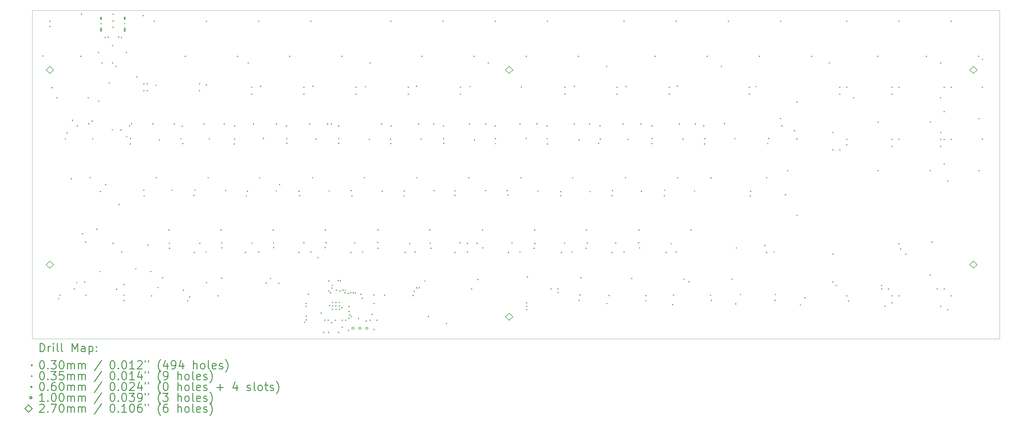
<source format=gbr>
%FSLAX45Y45*%
G04 Gerber Fmt 4.5, Leading zero omitted, Abs format (unit mm)*
G04 Created by KiCad (PCBNEW (5.1.2)-1) date 2021-11-11 01:19:03*
%MOMM*%
%LPD*%
G04 APERTURE LIST*
%ADD10C,0.099060*%
%ADD11C,0.200000*%
%ADD12C,0.300000*%
G04 APERTURE END LIST*
D10*
X9320000Y-4000000D02*
X41200000Y-4000000D01*
X9320000Y-4000000D02*
X8360000Y-4000000D01*
X5900000Y-16000000D02*
X41200000Y-16000000D01*
X5900000Y-4000000D02*
X8360000Y-4000000D01*
X41200000Y-16000000D02*
X41200000Y-4000000D01*
X5900000Y-4000000D02*
X5900000Y-16000000D01*
D11*
X6271260Y-5652260D02*
X6301740Y-5682740D01*
X6301740Y-5652260D02*
X6271260Y-5682740D01*
X6525260Y-4382260D02*
X6555740Y-4412740D01*
X6555740Y-4382260D02*
X6525260Y-4412740D01*
X6525260Y-4572760D02*
X6555740Y-4603240D01*
X6555740Y-4572760D02*
X6525260Y-4603240D01*
X6598919Y-6807960D02*
X6629399Y-6838440D01*
X6629399Y-6807960D02*
X6598919Y-6838440D01*
X6779260Y-7176260D02*
X6809740Y-7206740D01*
X6809740Y-7176260D02*
X6779260Y-7206740D01*
X6779260Y-7176260D02*
X6809740Y-7206740D01*
X6809740Y-7176260D02*
X6779260Y-7206740D01*
X6842760Y-14516860D02*
X6873240Y-14547340D01*
X6873240Y-14516860D02*
X6842760Y-14547340D01*
X6895212Y-14388972D02*
X6925692Y-14419452D01*
X6925692Y-14388972D02*
X6895212Y-14419452D01*
X7096760Y-8674860D02*
X7127240Y-8705340D01*
X7127240Y-8674860D02*
X7096760Y-8705340D01*
X7147560Y-8458960D02*
X7178040Y-8489440D01*
X7178040Y-8458960D02*
X7147560Y-8489440D01*
X7312660Y-10135360D02*
X7343140Y-10165840D01*
X7343140Y-10135360D02*
X7312660Y-10165840D01*
X7350760Y-8001760D02*
X7381240Y-8032240D01*
X7381240Y-8001760D02*
X7350760Y-8032240D01*
X7414260Y-14161042D02*
X7444740Y-14191522D01*
X7444740Y-14161042D02*
X7414260Y-14191522D01*
X7503160Y-13932660D02*
X7533640Y-13963140D01*
X7533640Y-13932660D02*
X7503160Y-13963140D01*
X7528560Y-8204960D02*
X7559040Y-8235440D01*
X7559040Y-8204960D02*
X7528560Y-8235440D01*
X7654150Y-5666370D02*
X7684630Y-5696850D01*
X7684630Y-5666370D02*
X7654150Y-5696850D01*
X7680960Y-4115560D02*
X7711440Y-4146040D01*
X7711440Y-4115560D02*
X7680960Y-4146040D01*
X7719060Y-12141960D02*
X7749540Y-12172440D01*
X7749540Y-12141960D02*
X7719060Y-12172440D01*
X7795260Y-13907260D02*
X7825740Y-13937740D01*
X7825740Y-13907260D02*
X7795260Y-13937740D01*
X7833360Y-12446760D02*
X7863840Y-12477240D01*
X7863840Y-12446760D02*
X7833360Y-12477240D01*
X7846060Y-14389860D02*
X7876540Y-14420340D01*
X7876540Y-14389860D02*
X7846060Y-14420340D01*
X7922260Y-7176260D02*
X7952740Y-7206740D01*
X7952740Y-7176260D02*
X7922260Y-7206740D01*
X7947660Y-8128760D02*
X7978140Y-8159240D01*
X7978140Y-8128760D02*
X7947660Y-8159240D01*
X7998460Y-10097260D02*
X8028940Y-10127740D01*
X8028940Y-10097260D02*
X7998460Y-10127740D01*
X8074660Y-8027160D02*
X8105140Y-8057640D01*
X8105140Y-8027160D02*
X8074660Y-8057640D01*
X8087360Y-8674860D02*
X8117840Y-8705340D01*
X8117840Y-8674860D02*
X8087360Y-8705340D01*
X8240749Y-11981559D02*
X8271229Y-12012039D01*
X8271229Y-11981559D02*
X8240749Y-12012039D01*
X8303260Y-5525260D02*
X8333740Y-5555740D01*
X8333740Y-5525260D02*
X8303260Y-5555740D01*
X8303260Y-7303260D02*
X8333740Y-7333740D01*
X8333740Y-7303260D02*
X8303260Y-7333740D01*
X8366760Y-13526260D02*
X8397240Y-13556740D01*
X8397240Y-13526260D02*
X8366760Y-13556740D01*
X8371839Y-10601987D02*
X8402319Y-10632467D01*
X8402319Y-10601987D02*
X8371839Y-10632467D01*
X8392160Y-4468760D02*
X8422640Y-4499240D01*
X8422640Y-4468760D02*
X8392160Y-4499240D01*
X8430260Y-5906260D02*
X8460740Y-5936740D01*
X8460740Y-5906260D02*
X8430260Y-5936740D01*
X8544560Y-4976760D02*
X8575040Y-5007240D01*
X8575040Y-4976760D02*
X8544560Y-5007240D01*
X8557260Y-10351260D02*
X8587740Y-10381740D01*
X8587740Y-10351260D02*
X8557260Y-10381740D01*
X8557260Y-10351260D02*
X8587740Y-10381740D01*
X8587740Y-10351260D02*
X8557260Y-10381740D01*
X8658860Y-4964060D02*
X8689340Y-4994540D01*
X8689340Y-4964060D02*
X8658860Y-4994540D01*
X8696960Y-6642860D02*
X8727440Y-6673340D01*
X8727440Y-6642860D02*
X8696960Y-6673340D01*
X8807196Y-8343644D02*
X8837676Y-8374124D01*
X8837676Y-8343644D02*
X8807196Y-8374124D01*
X8811260Y-5271260D02*
X8841740Y-5301740D01*
X8841740Y-5271260D02*
X8811260Y-5301740D01*
X8811260Y-5906260D02*
X8841740Y-5936740D01*
X8841740Y-5906260D02*
X8811260Y-5936740D01*
X8836660Y-4128260D02*
X8867140Y-4158740D01*
X8867140Y-4128260D02*
X8836660Y-4158740D01*
X8836660Y-4379860D02*
X8867140Y-4410340D01*
X8867140Y-4379860D02*
X8836660Y-4410340D01*
X8836660Y-4595760D02*
X8867140Y-4626240D01*
X8867140Y-4595760D02*
X8836660Y-4626240D01*
X8836660Y-12497560D02*
X8867140Y-12528040D01*
X8867140Y-12497560D02*
X8836660Y-12528040D01*
X8938260Y-6033260D02*
X8968740Y-6063740D01*
X8968740Y-6033260D02*
X8938260Y-6063740D01*
X8963660Y-14173960D02*
X8994140Y-14204440D01*
X8994140Y-14173960D02*
X8963660Y-14204440D01*
X9039860Y-4964060D02*
X9070340Y-4994540D01*
X9070340Y-4964060D02*
X9039860Y-4994540D01*
X9053760Y-11073960D02*
X9084240Y-11104440D01*
X9084240Y-11073960D02*
X9053760Y-11104440D01*
X9116060Y-8357360D02*
X9146540Y-8387840D01*
X9146540Y-8357360D02*
X9116060Y-8387840D01*
X9141460Y-4976760D02*
X9171940Y-5007240D01*
X9171940Y-4976760D02*
X9141460Y-5007240D01*
X9141460Y-12815060D02*
X9171940Y-12845540D01*
X9171940Y-12815060D02*
X9141460Y-12845540D01*
X9230360Y-13996160D02*
X9260840Y-14026640D01*
X9260840Y-13996160D02*
X9230360Y-14026640D01*
X9230360Y-14389860D02*
X9260840Y-14420340D01*
X9260840Y-14389860D02*
X9230360Y-14420340D01*
X9230360Y-14580360D02*
X9260840Y-14610840D01*
X9260840Y-14580360D02*
X9230360Y-14610840D01*
X9255760Y-4466060D02*
X9286240Y-4496540D01*
X9286240Y-4466060D02*
X9255760Y-4496540D01*
X9319260Y-5525260D02*
X9349740Y-5555740D01*
X9349740Y-5525260D02*
X9319260Y-5555740D01*
X9331960Y-8598660D02*
X9362440Y-8629140D01*
X9362440Y-8598660D02*
X9331960Y-8629140D01*
X9433560Y-8204960D02*
X9464040Y-8235440D01*
X9464040Y-8204960D02*
X9433560Y-8235440D01*
X9458960Y-8865360D02*
X9489440Y-8895840D01*
X9489440Y-8865360D02*
X9458960Y-8895840D01*
X9471660Y-8662160D02*
X9502140Y-8692640D01*
X9502140Y-8662160D02*
X9471660Y-8692640D01*
X9509760Y-8128760D02*
X9540240Y-8159240D01*
X9540240Y-8128760D02*
X9509760Y-8159240D01*
X9662160Y-13424660D02*
X9692640Y-13455140D01*
X9692640Y-13424660D02*
X9662160Y-13455140D01*
X9700260Y-6414260D02*
X9730740Y-6444740D01*
X9730740Y-6414260D02*
X9700260Y-6444740D01*
X9928860Y-4179060D02*
X9959340Y-4209540D01*
X9959340Y-4179060D02*
X9928860Y-4209540D01*
X9954260Y-6668260D02*
X9984740Y-6698740D01*
X9984740Y-6668260D02*
X9954260Y-6698740D01*
X9954260Y-6922260D02*
X9984740Y-6952740D01*
X9984740Y-6922260D02*
X9954260Y-6952740D01*
X9954260Y-10554460D02*
X9984740Y-10584940D01*
X9984740Y-10554460D02*
X9954260Y-10584940D01*
X9966960Y-10757660D02*
X9997440Y-10788140D01*
X9997440Y-10757660D02*
X9966960Y-10788140D01*
X10081260Y-6668260D02*
X10111740Y-6698740D01*
X10111740Y-6668260D02*
X10081260Y-6698740D01*
X10081260Y-6922260D02*
X10111740Y-6952740D01*
X10111740Y-6922260D02*
X10081260Y-6952740D01*
X10106660Y-12561060D02*
X10137140Y-12591540D01*
X10137140Y-12561060D02*
X10106660Y-12591540D01*
X10208260Y-13526260D02*
X10238740Y-13556740D01*
X10238740Y-13526260D02*
X10208260Y-13556740D01*
X10233660Y-14415260D02*
X10264140Y-14445740D01*
X10264140Y-14415260D02*
X10233660Y-14445740D01*
X10284460Y-8128760D02*
X10314940Y-8159240D01*
X10314940Y-8128760D02*
X10284460Y-8159240D01*
X10335260Y-4382260D02*
X10365740Y-4412740D01*
X10365740Y-4382260D02*
X10335260Y-4412740D01*
X10398760Y-6719060D02*
X10429240Y-6749540D01*
X10429240Y-6719060D02*
X10398760Y-6749540D01*
X10411460Y-10097260D02*
X10441940Y-10127740D01*
X10441940Y-10097260D02*
X10411460Y-10127740D01*
X10474960Y-14110460D02*
X10505440Y-14140940D01*
X10505440Y-14110460D02*
X10474960Y-14140940D01*
X10520678Y-8725660D02*
X10551158Y-8756140D01*
X10551158Y-8725660D02*
X10520678Y-8756140D01*
X10638231Y-13749276D02*
X10668711Y-13779756D01*
X10668711Y-13749276D02*
X10638231Y-13779756D01*
X10868660Y-12004801D02*
X10899140Y-12035281D01*
X10899140Y-12004801D02*
X10868660Y-12035281D01*
X10881360Y-12484860D02*
X10911840Y-12515340D01*
X10911840Y-12484860D02*
X10881360Y-12515340D01*
X10894060Y-12675360D02*
X10924540Y-12705840D01*
X10924540Y-12675360D02*
X10894060Y-12705840D01*
X10982960Y-10554460D02*
X11013440Y-10584940D01*
X11013440Y-10554460D02*
X10982960Y-10584940D01*
X11071860Y-8128760D02*
X11102340Y-8159240D01*
X11102340Y-8128760D02*
X11071860Y-8159240D01*
X11313160Y-8674860D02*
X11343640Y-8705340D01*
X11343640Y-8674860D02*
X11313160Y-8705340D01*
X11351260Y-8217660D02*
X11381740Y-8248140D01*
X11381740Y-8217660D02*
X11351260Y-8248140D01*
X11376660Y-8852660D02*
X11407140Y-8883140D01*
X11407140Y-8852660D02*
X11376660Y-8883140D01*
X11402060Y-14209519D02*
X11432540Y-14239999D01*
X11432540Y-14209519D02*
X11402060Y-14239999D01*
X11464150Y-5666370D02*
X11494630Y-5696850D01*
X11494630Y-5666370D02*
X11464150Y-5696850D01*
X11554460Y-14593060D02*
X11584940Y-14623540D01*
X11584940Y-14593060D02*
X11554460Y-14623540D01*
X11630660Y-14453360D02*
X11661140Y-14483840D01*
X11661140Y-14453360D02*
X11630660Y-14483840D01*
X11783060Y-10744960D02*
X11813540Y-10775440D01*
X11813540Y-10744960D02*
X11783060Y-10775440D01*
X11795760Y-12827760D02*
X11826240Y-12858240D01*
X11826240Y-12827760D02*
X11795760Y-12858240D01*
X11821160Y-10554460D02*
X11851640Y-10584940D01*
X11851640Y-10554460D02*
X11821160Y-10584940D01*
X11986260Y-6668260D02*
X12016740Y-6698740D01*
X12016740Y-6668260D02*
X11986260Y-6698740D01*
X11986260Y-6922260D02*
X12016740Y-6952740D01*
X12016740Y-6922260D02*
X11986260Y-6952740D01*
X11998960Y-12497560D02*
X12029440Y-12528040D01*
X12029440Y-12497560D02*
X11998960Y-12528040D01*
X12151360Y-8128760D02*
X12181840Y-8159240D01*
X12181840Y-8128760D02*
X12151360Y-8159240D01*
X12227560Y-12815060D02*
X12258040Y-12845540D01*
X12258040Y-12815060D02*
X12227560Y-12845540D01*
X12240260Y-4382260D02*
X12270740Y-4412740D01*
X12270740Y-4382260D02*
X12240260Y-4412740D01*
X12240260Y-6706360D02*
X12270740Y-6736840D01*
X12270740Y-6706360D02*
X12240260Y-6736840D01*
X12240260Y-13932663D02*
X12270740Y-13963143D01*
X12270740Y-13932663D02*
X12240260Y-13963143D01*
X12303760Y-10097260D02*
X12334240Y-10127740D01*
X12334240Y-10097260D02*
X12303760Y-10127740D01*
X12346939Y-8674860D02*
X12377419Y-8705340D01*
X12377419Y-8674860D02*
X12346939Y-8705340D01*
X12672060Y-14415260D02*
X12702540Y-14445740D01*
X12702540Y-14415260D02*
X12672060Y-14445740D01*
X12773660Y-12004801D02*
X12804140Y-12035281D01*
X12804140Y-12004801D02*
X12773660Y-12035281D01*
X12799060Y-12484860D02*
X12829540Y-12515340D01*
X12829540Y-12484860D02*
X12799060Y-12515340D01*
X12799060Y-12662660D02*
X12829540Y-12693140D01*
X12829540Y-12662660D02*
X12799060Y-12693140D01*
X12799060Y-13765020D02*
X12829540Y-13795500D01*
X12829540Y-13765020D02*
X12799060Y-13795500D01*
X12887960Y-8128760D02*
X12918440Y-8159240D01*
X12918440Y-8128760D02*
X12887960Y-8159240D01*
X12938760Y-10567160D02*
X12969240Y-10597640D01*
X12969240Y-10567160D02*
X12938760Y-10597640D01*
X13256260Y-8865360D02*
X13286740Y-8895840D01*
X13286740Y-8865360D02*
X13256260Y-8895840D01*
X13268960Y-8204960D02*
X13299440Y-8235440D01*
X13299440Y-8204960D02*
X13268960Y-8235440D01*
X13268960Y-8687560D02*
X13299440Y-8718040D01*
X13299440Y-8687560D02*
X13268960Y-8718040D01*
X13369150Y-5666370D02*
X13399630Y-5696850D01*
X13399630Y-5666370D02*
X13369150Y-5696850D01*
X13662660Y-12827760D02*
X13693140Y-12858240D01*
X13693140Y-12827760D02*
X13662660Y-12858240D01*
X13700760Y-10757660D02*
X13731240Y-10788140D01*
X13731240Y-10757660D02*
X13700760Y-10788140D01*
X13738860Y-10592560D02*
X13769340Y-10623040D01*
X13769340Y-10592560D02*
X13738860Y-10623040D01*
X13764260Y-5906260D02*
X13794740Y-5936740D01*
X13794740Y-5906260D02*
X13764260Y-5936740D01*
X13891260Y-6795260D02*
X13921740Y-6825740D01*
X13921740Y-6795260D02*
X13891260Y-6825740D01*
X13891260Y-7049260D02*
X13921740Y-7079740D01*
X13921740Y-7049260D02*
X13891260Y-7079740D01*
X13903960Y-12484860D02*
X13934440Y-12515340D01*
X13934440Y-12484860D02*
X13903960Y-12515340D01*
X13954760Y-8128760D02*
X13985240Y-8159240D01*
X13985240Y-8128760D02*
X13954760Y-8159240D01*
X14145260Y-4382260D02*
X14175740Y-4412740D01*
X14175740Y-4382260D02*
X14145260Y-4412740D01*
X14145260Y-12815060D02*
X14175740Y-12845540D01*
X14175740Y-12815060D02*
X14145260Y-12845540D01*
X14183360Y-10097260D02*
X14213840Y-10127740D01*
X14213840Y-10097260D02*
X14183360Y-10127740D01*
X14221460Y-6757160D02*
X14251940Y-6787640D01*
X14251940Y-6757160D02*
X14221460Y-6787640D01*
X14323060Y-8662160D02*
X14353540Y-8692640D01*
X14353540Y-8662160D02*
X14323060Y-8692640D01*
X14424660Y-13945360D02*
X14455140Y-13975840D01*
X14455140Y-13945360D02*
X14424660Y-13975840D01*
X14577060Y-13780260D02*
X14607540Y-13810740D01*
X14607540Y-13780260D02*
X14577060Y-13810740D01*
X14678660Y-12004801D02*
X14709140Y-12035281D01*
X14709140Y-12004801D02*
X14678660Y-12035281D01*
X14691360Y-12484860D02*
X14721840Y-12515340D01*
X14721840Y-12484860D02*
X14691360Y-12515340D01*
X14691360Y-12649960D02*
X14721840Y-12680440D01*
X14721840Y-12649960D02*
X14691360Y-12680440D01*
X14792960Y-8128760D02*
X14823440Y-8159240D01*
X14823440Y-8128760D02*
X14792960Y-8159240D01*
X14792960Y-10579860D02*
X14823440Y-10610340D01*
X14823440Y-10579860D02*
X14792960Y-10610340D01*
X14881860Y-13958060D02*
X14912340Y-13988540D01*
X14912340Y-13958060D02*
X14881860Y-13988540D01*
X14907260Y-10351260D02*
X14937740Y-10381740D01*
X14937740Y-10351260D02*
X14907260Y-10381740D01*
X14907260Y-10351260D02*
X14937740Y-10381740D01*
X14937740Y-10351260D02*
X14907260Y-10381740D01*
X15161260Y-8204960D02*
X15191740Y-8235440D01*
X15191740Y-8204960D02*
X15161260Y-8235440D01*
X15173960Y-8674860D02*
X15204440Y-8705340D01*
X15204440Y-8674860D02*
X15173960Y-8705340D01*
X15173960Y-8839960D02*
X15204440Y-8870440D01*
X15204440Y-8839960D02*
X15173960Y-8870440D01*
X15274150Y-5666370D02*
X15304630Y-5696850D01*
X15304630Y-5666370D02*
X15274150Y-5696850D01*
X15618460Y-10592560D02*
X15648940Y-10623040D01*
X15648940Y-10592560D02*
X15618460Y-10623040D01*
X15618460Y-12827760D02*
X15648940Y-12858240D01*
X15648940Y-12827760D02*
X15618460Y-12858240D01*
X15643860Y-10757660D02*
X15674340Y-10788140D01*
X15674340Y-10757660D02*
X15643860Y-10788140D01*
X15796260Y-6795260D02*
X15826740Y-6825740D01*
X15826740Y-6795260D02*
X15796260Y-6825740D01*
X15796260Y-7049260D02*
X15826740Y-7079740D01*
X15826740Y-7049260D02*
X15796260Y-7079740D01*
X15796260Y-12472160D02*
X15826740Y-12502640D01*
X15826740Y-12472160D02*
X15796260Y-12502640D01*
X15821660Y-15380460D02*
X15852140Y-15410940D01*
X15852140Y-15380460D02*
X15821660Y-15410940D01*
X15872460Y-14694660D02*
X15902940Y-14725140D01*
X15902940Y-14694660D02*
X15872460Y-14725140D01*
X15872460Y-14796260D02*
X15902940Y-14826740D01*
X15902940Y-14796260D02*
X15872460Y-14826740D01*
X15885160Y-15154401D02*
X15915640Y-15184881D01*
X15915640Y-15154401D02*
X15885160Y-15184881D01*
X15885160Y-15291560D02*
X15915640Y-15322040D01*
X15915640Y-15291560D02*
X15885160Y-15322040D01*
X15961360Y-14351760D02*
X15991840Y-14382240D01*
X15991840Y-14351760D02*
X15961360Y-14382240D01*
X16012160Y-8128760D02*
X16042640Y-8159240D01*
X16042640Y-8128760D02*
X16012160Y-8159240D01*
X16050260Y-4382260D02*
X16080740Y-4412740D01*
X16080740Y-4382260D02*
X16050260Y-4412740D01*
X16050260Y-12815060D02*
X16080740Y-12845540D01*
X16080740Y-12815060D02*
X16050260Y-12845540D01*
X16113760Y-10097260D02*
X16144240Y-10127740D01*
X16144240Y-10097260D02*
X16113760Y-10127740D01*
X16126460Y-6757160D02*
X16156940Y-6787640D01*
X16156940Y-6757160D02*
X16126460Y-6787640D01*
X16240760Y-8687560D02*
X16271240Y-8718040D01*
X16271240Y-8687560D02*
X16240760Y-8718040D01*
X16304260Y-13018260D02*
X16334740Y-13048740D01*
X16334740Y-13018260D02*
X16304260Y-13048740D01*
X16425293Y-15044293D02*
X16455773Y-15074773D01*
X16455773Y-15044293D02*
X16425293Y-15074773D01*
X16520160Y-15748760D02*
X16550640Y-15779240D01*
X16550640Y-15748760D02*
X16520160Y-15779240D01*
X16558260Y-15304260D02*
X16588740Y-15334740D01*
X16588740Y-15304260D02*
X16558260Y-15334740D01*
X16570960Y-12649960D02*
X16601440Y-12680440D01*
X16601440Y-12649960D02*
X16570960Y-12680440D01*
X16583660Y-12004801D02*
X16614140Y-12035281D01*
X16614140Y-12004801D02*
X16583660Y-12035281D01*
X16609060Y-12472160D02*
X16639540Y-12502640D01*
X16639540Y-12472160D02*
X16609060Y-12502640D01*
X16659860Y-8128760D02*
X16690340Y-8159240D01*
X16690340Y-8128760D02*
X16659860Y-8159240D01*
X16685260Y-15304260D02*
X16715740Y-15334740D01*
X16715740Y-15304260D02*
X16685260Y-15334740D01*
X16697960Y-15748760D02*
X16728440Y-15779240D01*
X16728440Y-15748760D02*
X16697960Y-15779240D01*
X16708119Y-14232382D02*
X16738599Y-14262862D01*
X16738599Y-14232382D02*
X16708119Y-14262862D01*
X16710660Y-13869160D02*
X16741140Y-13899640D01*
X16741140Y-13869160D02*
X16710660Y-13899640D01*
X16723360Y-10579860D02*
X16753840Y-10610340D01*
X16753840Y-10579860D02*
X16723360Y-10610340D01*
X16736060Y-14770860D02*
X16766540Y-14801340D01*
X16766540Y-14770860D02*
X16736060Y-14801340D01*
X16771619Y-14298603D02*
X16802099Y-14329083D01*
X16802099Y-14298603D02*
X16771619Y-14329083D01*
X16799560Y-8128760D02*
X16830040Y-8159240D01*
X16830040Y-8128760D02*
X16799560Y-8159240D01*
X16812260Y-15393160D02*
X16842740Y-15423640D01*
X16842740Y-15393160D02*
X16812260Y-15423640D01*
X16816973Y-14130383D02*
X16847453Y-14160863D01*
X16847453Y-14130383D02*
X16816973Y-14160863D01*
X16837660Y-14034260D02*
X16868140Y-14064740D01*
X16868140Y-14034260D02*
X16837660Y-14064740D01*
X16939260Y-15304260D02*
X16969740Y-15334740D01*
X16969740Y-15304260D02*
X16939260Y-15334740D01*
X16978963Y-14210248D02*
X17009443Y-14240728D01*
X17009443Y-14210248D02*
X16978963Y-14240728D01*
X17050594Y-13853910D02*
X17081074Y-13884390D01*
X17081074Y-13853910D02*
X17050594Y-13884390D01*
X17066260Y-8204960D02*
X17096740Y-8235440D01*
X17096740Y-8204960D02*
X17066260Y-8235440D01*
X17066260Y-8674860D02*
X17096740Y-8705340D01*
X17096740Y-8674860D02*
X17066260Y-8705340D01*
X17066260Y-8839960D02*
X17096740Y-8870440D01*
X17096740Y-8839960D02*
X17066260Y-8870440D01*
X17066260Y-15748760D02*
X17096740Y-15779240D01*
X17096740Y-15748760D02*
X17066260Y-15779240D01*
X17118000Y-14237460D02*
X17148480Y-14267940D01*
X17148480Y-14237460D02*
X17118000Y-14267940D01*
X17125806Y-13866152D02*
X17156286Y-13896632D01*
X17156286Y-13866152D02*
X17125806Y-13896632D01*
X17179150Y-5666370D02*
X17209630Y-5696850D01*
X17209630Y-5666370D02*
X17179150Y-5696850D01*
X17180836Y-14842871D02*
X17211316Y-14873351D01*
X17211316Y-14842871D02*
X17180836Y-14873351D01*
X17193260Y-15304260D02*
X17223740Y-15334740D01*
X17223740Y-15304260D02*
X17193260Y-15334740D01*
X17193260Y-15558260D02*
X17223740Y-15588740D01*
X17223740Y-15558260D02*
X17193260Y-15588740D01*
X17225097Y-14205797D02*
X17255577Y-14236277D01*
X17255577Y-14205797D02*
X17225097Y-14236277D01*
X17294860Y-14300960D02*
X17325340Y-14331440D01*
X17325340Y-14300960D02*
X17294860Y-14331440D01*
X17307560Y-14212060D02*
X17338040Y-14242540D01*
X17338040Y-14212060D02*
X17307560Y-14242540D01*
X17320260Y-15304260D02*
X17350740Y-15334740D01*
X17350740Y-15304260D02*
X17320260Y-15334740D01*
X17409160Y-14326360D02*
X17439640Y-14356840D01*
X17439640Y-14326360D02*
X17409160Y-14356840D01*
X17421860Y-15672560D02*
X17452340Y-15703040D01*
X17452340Y-15672560D02*
X17421860Y-15703040D01*
X17437100Y-15232632D02*
X17467580Y-15263112D01*
X17467580Y-15232632D02*
X17437100Y-15263112D01*
X17445559Y-14801134D02*
X17476039Y-14831614D01*
X17476039Y-14801134D02*
X17445559Y-14831614D01*
X17445559Y-14986613D02*
X17476039Y-15017093D01*
X17476039Y-14986613D02*
X17445559Y-15017093D01*
X17474615Y-15113760D02*
X17505095Y-15144240D01*
X17505095Y-15113760D02*
X17474615Y-15144240D01*
X17498060Y-14300960D02*
X17528540Y-14331440D01*
X17528540Y-14300960D02*
X17498060Y-14331440D01*
X17510760Y-12827760D02*
X17541240Y-12858240D01*
X17541240Y-12827760D02*
X17510760Y-12858240D01*
X17523460Y-10567160D02*
X17553940Y-10597640D01*
X17553940Y-10567160D02*
X17523460Y-10597640D01*
X17529381Y-15177260D02*
X17559861Y-15207740D01*
X17559861Y-15177260D02*
X17529381Y-15207740D01*
X17548860Y-10757660D02*
X17579340Y-10788140D01*
X17579340Y-10757660D02*
X17548860Y-10788140D01*
X17599660Y-14300960D02*
X17630140Y-14331440D01*
X17630140Y-14300960D02*
X17599660Y-14331440D01*
X17650460Y-12484860D02*
X17680940Y-12515340D01*
X17680940Y-12484860D02*
X17650460Y-12515340D01*
X17675860Y-14313660D02*
X17706340Y-14344140D01*
X17706340Y-14313660D02*
X17675860Y-14344140D01*
X17701260Y-6795260D02*
X17731740Y-6825740D01*
X17731740Y-6795260D02*
X17701260Y-6825740D01*
X17701260Y-7049260D02*
X17731740Y-7079740D01*
X17731740Y-7049260D02*
X17701260Y-7079740D01*
X17790160Y-15240760D02*
X17820640Y-15271240D01*
X17820640Y-15240760D02*
X17790160Y-15271240D01*
X17876939Y-14362339D02*
X17907419Y-14392819D01*
X17907419Y-14362339D02*
X17876939Y-14392819D01*
X17929477Y-14503777D02*
X17959957Y-14534257D01*
X17959957Y-14503777D02*
X17929477Y-14534257D01*
X17942560Y-12815060D02*
X17973040Y-12845540D01*
X17973040Y-12815060D02*
X17942560Y-12845540D01*
X18006060Y-10097260D02*
X18036540Y-10127740D01*
X18036540Y-10097260D02*
X18006060Y-10127740D01*
X18044160Y-6769860D02*
X18074640Y-6800340D01*
X18074640Y-6769860D02*
X18044160Y-6800340D01*
X18076213Y-15334738D02*
X18106693Y-15365218D01*
X18106693Y-15334738D02*
X18076213Y-15365218D01*
X18183860Y-8700260D02*
X18214340Y-8730740D01*
X18214340Y-8700260D02*
X18183860Y-8730740D01*
X18209260Y-5906260D02*
X18239740Y-5936740D01*
X18239740Y-5906260D02*
X18209260Y-5936740D01*
X18209260Y-15304260D02*
X18239740Y-15334740D01*
X18239740Y-15304260D02*
X18209260Y-15334740D01*
X18282919Y-15088360D02*
X18313399Y-15118840D01*
X18313399Y-15088360D02*
X18282919Y-15118840D01*
X18348960Y-14377160D02*
X18379440Y-14407640D01*
X18379440Y-14377160D02*
X18348960Y-14407640D01*
X18349342Y-15646778D02*
X18379822Y-15677258D01*
X18379822Y-15646778D02*
X18349342Y-15677258D01*
X18361660Y-14694660D02*
X18392140Y-14725140D01*
X18392140Y-14694660D02*
X18361660Y-14725140D01*
X18463260Y-15304260D02*
X18493740Y-15334740D01*
X18493740Y-15304260D02*
X18463260Y-15334740D01*
X18488660Y-12459460D02*
X18519140Y-12489940D01*
X18519140Y-12459460D02*
X18488660Y-12489940D01*
X18501360Y-12004801D02*
X18531840Y-12035281D01*
X18531840Y-12004801D02*
X18501360Y-12035281D01*
X18501360Y-12675360D02*
X18531840Y-12705840D01*
X18531840Y-12675360D02*
X18501360Y-12705840D01*
X18641060Y-8128760D02*
X18671540Y-8159240D01*
X18671540Y-8128760D02*
X18641060Y-8159240D01*
X18653760Y-10592560D02*
X18684240Y-10623040D01*
X18684240Y-10592560D02*
X18653760Y-10623040D01*
X18742660Y-14389860D02*
X18773140Y-14420340D01*
X18773140Y-14389860D02*
X18742660Y-14420340D01*
X18958560Y-8687560D02*
X18989040Y-8718040D01*
X18989040Y-8687560D02*
X18958560Y-8718040D01*
X18971260Y-4382260D02*
X19001740Y-4412740D01*
X19001740Y-4382260D02*
X18971260Y-4412740D01*
X18971260Y-8852660D02*
X19001740Y-8883140D01*
X19001740Y-8852660D02*
X18971260Y-8883140D01*
X18983960Y-8204960D02*
X19014440Y-8235440D01*
X19014440Y-8204960D02*
X18983960Y-8235440D01*
X19456401Y-10582730D02*
X19486881Y-10613210D01*
X19486881Y-10582730D02*
X19456401Y-10613210D01*
X19456401Y-10757660D02*
X19486881Y-10788140D01*
X19486881Y-10757660D02*
X19456401Y-10788140D01*
X19491960Y-12827760D02*
X19522440Y-12858240D01*
X19522440Y-12827760D02*
X19491960Y-12858240D01*
X19606260Y-6795260D02*
X19636740Y-6825740D01*
X19636740Y-6795260D02*
X19606260Y-6825740D01*
X19606260Y-7049260D02*
X19636740Y-7079740D01*
X19636740Y-7049260D02*
X19606260Y-7079740D01*
X19657060Y-12510260D02*
X19687540Y-12540740D01*
X19687540Y-12510260D02*
X19657060Y-12540740D01*
X19784060Y-14402560D02*
X19814540Y-14433040D01*
X19814540Y-14402560D02*
X19784060Y-14433040D01*
X19822160Y-14250160D02*
X19852640Y-14280640D01*
X19852640Y-14250160D02*
X19822160Y-14280640D01*
X19847560Y-12812519D02*
X19878040Y-12842999D01*
X19878040Y-12812519D02*
X19847560Y-12842999D01*
X19911060Y-6757160D02*
X19941540Y-6787640D01*
X19941540Y-6757160D02*
X19911060Y-6787640D01*
X19919105Y-14120619D02*
X19949585Y-14151099D01*
X19949585Y-14120619D02*
X19919105Y-14151099D01*
X19923760Y-10097260D02*
X19954240Y-10127740D01*
X19954240Y-10097260D02*
X19923760Y-10127740D01*
X19987260Y-8128760D02*
X20017740Y-8159240D01*
X20017740Y-8128760D02*
X19987260Y-8159240D01*
X20007393Y-14116492D02*
X20037873Y-14146972D01*
X20037873Y-14116492D02*
X20007393Y-14146972D01*
X20076160Y-8687560D02*
X20106640Y-8718040D01*
X20106640Y-8687560D02*
X20076160Y-8718040D01*
X20100150Y-5666370D02*
X20130630Y-5696850D01*
X20130630Y-5666370D02*
X20100150Y-5696850D01*
X20211163Y-13874232D02*
X20241643Y-13904712D01*
X20241643Y-13874232D02*
X20211163Y-13904712D01*
X20342860Y-15164560D02*
X20373340Y-15195040D01*
X20373340Y-15164560D02*
X20342860Y-15195040D01*
X20393660Y-12004801D02*
X20424140Y-12035281D01*
X20424140Y-12004801D02*
X20393660Y-12035281D01*
X20406360Y-12484860D02*
X20436840Y-12515340D01*
X20436840Y-12484860D02*
X20406360Y-12515340D01*
X20431760Y-12675360D02*
X20462240Y-12705840D01*
X20462240Y-12675360D02*
X20431760Y-12705840D01*
X20533360Y-8128760D02*
X20563840Y-8159240D01*
X20563840Y-8128760D02*
X20533360Y-8159240D01*
X20546060Y-10567160D02*
X20576540Y-10597640D01*
X20576540Y-10567160D02*
X20546060Y-10597640D01*
X20876260Y-4382260D02*
X20906740Y-4412740D01*
X20906740Y-4382260D02*
X20876260Y-4412740D01*
X20888960Y-8204960D02*
X20919440Y-8235440D01*
X20919440Y-8204960D02*
X20888960Y-8235440D01*
X20898560Y-8671760D02*
X20929040Y-8702240D01*
X20929040Y-8671760D02*
X20898560Y-8702240D01*
X20901660Y-8839960D02*
X20932140Y-8870440D01*
X20932140Y-8839960D02*
X20901660Y-8870440D01*
X21003260Y-15431260D02*
X21033740Y-15461740D01*
X21033740Y-15431260D02*
X21003260Y-15461740D01*
X21308060Y-10579860D02*
X21338540Y-10610340D01*
X21338540Y-10579860D02*
X21308060Y-10610340D01*
X21308060Y-10744960D02*
X21338540Y-10775440D01*
X21338540Y-10744960D02*
X21308060Y-10775440D01*
X21308060Y-12827760D02*
X21338540Y-12858240D01*
X21338540Y-12827760D02*
X21308060Y-12858240D01*
X21498560Y-12472160D02*
X21529040Y-12502640D01*
X21529040Y-12472160D02*
X21498560Y-12502640D01*
X21511260Y-6795260D02*
X21541740Y-6825740D01*
X21541740Y-6795260D02*
X21511260Y-6825740D01*
X21511260Y-7049260D02*
X21541740Y-7079740D01*
X21541740Y-7049260D02*
X21511260Y-7079740D01*
X21765260Y-12497560D02*
X21795740Y-12528040D01*
X21795740Y-12497560D02*
X21765260Y-12528040D01*
X21765260Y-12815060D02*
X21795740Y-12845540D01*
X21795740Y-12815060D02*
X21765260Y-12845540D01*
X21816060Y-10097260D02*
X21846540Y-10127740D01*
X21846540Y-10097260D02*
X21816060Y-10127740D01*
X21841460Y-8128760D02*
X21871940Y-8159240D01*
X21871940Y-8128760D02*
X21841460Y-8159240D01*
X21854160Y-6769860D02*
X21884640Y-6800340D01*
X21884640Y-6769860D02*
X21854160Y-6800340D01*
X21917660Y-14161260D02*
X21948140Y-14191740D01*
X21948140Y-14161260D02*
X21917660Y-14191740D01*
X22005150Y-5666370D02*
X22035630Y-5696850D01*
X22035630Y-5666370D02*
X22005150Y-5696850D01*
X22023676Y-8721244D02*
X22054156Y-8751724D01*
X22054156Y-8721244D02*
X22023676Y-8751724D01*
X22120860Y-12497560D02*
X22151340Y-12528040D01*
X22151340Y-12497560D02*
X22120860Y-12528040D01*
X22146260Y-13818360D02*
X22176740Y-13848840D01*
X22176740Y-13818360D02*
X22146260Y-13848840D01*
X22311360Y-12004801D02*
X22341840Y-12035281D01*
X22341840Y-12004801D02*
X22311360Y-12035281D01*
X22324060Y-12662660D02*
X22354540Y-12693140D01*
X22354540Y-12662660D02*
X22324060Y-12693140D01*
X22425660Y-10567160D02*
X22456140Y-10597640D01*
X22456140Y-10567160D02*
X22425660Y-10597640D01*
X22438360Y-8128760D02*
X22468840Y-8159240D01*
X22468840Y-8128760D02*
X22438360Y-8159240D01*
X22527260Y-5906260D02*
X22557740Y-5936740D01*
X22557740Y-5906260D02*
X22527260Y-5936740D01*
X22781260Y-4382260D02*
X22811740Y-4412740D01*
X22811740Y-4382260D02*
X22781260Y-4412740D01*
X22781260Y-8204960D02*
X22811740Y-8235440D01*
X22811740Y-8204960D02*
X22781260Y-8235440D01*
X22781260Y-8674860D02*
X22811740Y-8705340D01*
X22811740Y-8674860D02*
X22781260Y-8705340D01*
X22793960Y-8852660D02*
X22824440Y-8883140D01*
X22824440Y-8852660D02*
X22793960Y-8883140D01*
X23213060Y-10567160D02*
X23243540Y-10597640D01*
X23243540Y-10567160D02*
X23213060Y-10597640D01*
X23238460Y-10732260D02*
X23268940Y-10762740D01*
X23268940Y-10732260D02*
X23238460Y-10762740D01*
X23263860Y-12827760D02*
X23294340Y-12858240D01*
X23294340Y-12827760D02*
X23263860Y-12858240D01*
X23390860Y-12484860D02*
X23421340Y-12515340D01*
X23421340Y-12484860D02*
X23390860Y-12515340D01*
X23682960Y-8128760D02*
X23713440Y-8159240D01*
X23713440Y-8128760D02*
X23682960Y-8159240D01*
X23682960Y-12815060D02*
X23713440Y-12845540D01*
X23713440Y-12815060D02*
X23682960Y-12845540D01*
X23721060Y-10097260D02*
X23751540Y-10127740D01*
X23751540Y-10097260D02*
X23721060Y-10127740D01*
X23733760Y-6782560D02*
X23764240Y-6813040D01*
X23764240Y-6782560D02*
X23733760Y-6813040D01*
X23910150Y-5666370D02*
X23940630Y-5696850D01*
X23940630Y-5666370D02*
X23910150Y-5696850D01*
X23911560Y-8662160D02*
X23942040Y-8692640D01*
X23942040Y-8662160D02*
X23911560Y-8692640D01*
X23924260Y-14669260D02*
X23954740Y-14699740D01*
X23954740Y-14669260D02*
X23924260Y-14699740D01*
X23924260Y-14796260D02*
X23954740Y-14826740D01*
X23954740Y-14796260D02*
X23924260Y-14826740D01*
X23924260Y-14923260D02*
X23954740Y-14953740D01*
X23954740Y-14923260D02*
X23924260Y-14953740D01*
X23957134Y-13727558D02*
X23987614Y-13758038D01*
X23987614Y-13727558D02*
X23957134Y-13758038D01*
X24203660Y-12675360D02*
X24234140Y-12705840D01*
X24234140Y-12675360D02*
X24203660Y-12705840D01*
X24216360Y-12004801D02*
X24246840Y-12035281D01*
X24246840Y-12004801D02*
X24216360Y-12035281D01*
X24229060Y-12497560D02*
X24259540Y-12528040D01*
X24259540Y-12497560D02*
X24229060Y-12528040D01*
X24305260Y-8128760D02*
X24335740Y-8159240D01*
X24335740Y-8128760D02*
X24305260Y-8159240D01*
X24343360Y-10579860D02*
X24373840Y-10610340D01*
X24373840Y-10579860D02*
X24343360Y-10610340D01*
X24673560Y-8204960D02*
X24704040Y-8235440D01*
X24704040Y-8204960D02*
X24673560Y-8235440D01*
X24673560Y-8674860D02*
X24704040Y-8705340D01*
X24704040Y-8674860D02*
X24673560Y-8705340D01*
X24686260Y-4382260D02*
X24716740Y-4412740D01*
X24716740Y-4382260D02*
X24686260Y-4412740D01*
X24686260Y-8865360D02*
X24716740Y-8895840D01*
X24716740Y-8865360D02*
X24686260Y-8895840D01*
X24813260Y-14161260D02*
X24843740Y-14191740D01*
X24843740Y-14161260D02*
X24813260Y-14191740D01*
X25067260Y-14161260D02*
X25097740Y-14191740D01*
X25097740Y-14161260D02*
X25067260Y-14191740D01*
X25067260Y-14288260D02*
X25097740Y-14318740D01*
X25097740Y-14288260D02*
X25067260Y-14318740D01*
X25168860Y-10605260D02*
X25199340Y-10635740D01*
X25199340Y-10605260D02*
X25168860Y-10635740D01*
X25168860Y-10757660D02*
X25199340Y-10788140D01*
X25199340Y-10757660D02*
X25168860Y-10788140D01*
X25194260Y-12827760D02*
X25224740Y-12858240D01*
X25224740Y-12827760D02*
X25194260Y-12858240D01*
X25308560Y-12484860D02*
X25339040Y-12515340D01*
X25339040Y-12484860D02*
X25308560Y-12515340D01*
X25321260Y-6795260D02*
X25351740Y-6825740D01*
X25351740Y-6795260D02*
X25321260Y-6825740D01*
X25321260Y-7049260D02*
X25351740Y-7079740D01*
X25351740Y-7049260D02*
X25321260Y-7079740D01*
X25587960Y-12815060D02*
X25618440Y-12845540D01*
X25618440Y-12815060D02*
X25587960Y-12845540D01*
X25613360Y-10097260D02*
X25643840Y-10127740D01*
X25643840Y-10097260D02*
X25613360Y-10127740D01*
X25664160Y-6757160D02*
X25694640Y-6787640D01*
X25694640Y-6757160D02*
X25664160Y-6787640D01*
X25664160Y-8128760D02*
X25694640Y-8159240D01*
X25694640Y-8128760D02*
X25664160Y-8159240D01*
X25815150Y-5666370D02*
X25845630Y-5696850D01*
X25845630Y-5666370D02*
X25815150Y-5696850D01*
X25841960Y-8712960D02*
X25872440Y-8743440D01*
X25872440Y-8712960D02*
X25841960Y-8743440D01*
X25841960Y-14580360D02*
X25872440Y-14610840D01*
X25872440Y-14580360D02*
X25841960Y-14610840D01*
X25880060Y-14377160D02*
X25910540Y-14407640D01*
X25910540Y-14377160D02*
X25880060Y-14407640D01*
X25905460Y-13749776D02*
X25935940Y-13780256D01*
X25935940Y-13749776D02*
X25905460Y-13780256D01*
X26095960Y-12675360D02*
X26126440Y-12705840D01*
X26126440Y-12675360D02*
X26095960Y-12705840D01*
X26108660Y-12004801D02*
X26139140Y-12035281D01*
X26139140Y-12004801D02*
X26108660Y-12035281D01*
X26137160Y-12481760D02*
X26167640Y-12512240D01*
X26167640Y-12481760D02*
X26137160Y-12512240D01*
X26222960Y-8128760D02*
X26253440Y-8159240D01*
X26253440Y-8128760D02*
X26222960Y-8159240D01*
X26248360Y-10605260D02*
X26278840Y-10635740D01*
X26278840Y-10605260D02*
X26248360Y-10635740D01*
X26553160Y-8839960D02*
X26583640Y-8870440D01*
X26583640Y-8839960D02*
X26553160Y-8870440D01*
X26603960Y-8204960D02*
X26634440Y-8235440D01*
X26634440Y-8204960D02*
X26603960Y-8235440D01*
X26616660Y-8687560D02*
X26647140Y-8718040D01*
X26647140Y-8687560D02*
X26616660Y-8718040D01*
X26845260Y-6033260D02*
X26875740Y-6063740D01*
X26875740Y-6033260D02*
X26845260Y-6063740D01*
X26857960Y-14694660D02*
X26888440Y-14725140D01*
X26888440Y-14694660D02*
X26857960Y-14725140D01*
X26934160Y-14402560D02*
X26964640Y-14433040D01*
X26964640Y-14402560D02*
X26934160Y-14433040D01*
X27048460Y-10757660D02*
X27078940Y-10788140D01*
X27078940Y-10757660D02*
X27048460Y-10788140D01*
X27048460Y-12827760D02*
X27078940Y-12858240D01*
X27078940Y-12827760D02*
X27048460Y-12858240D01*
X27061160Y-10567160D02*
X27091640Y-10597640D01*
X27091640Y-10567160D02*
X27061160Y-10597640D01*
X27175460Y-12484860D02*
X27205940Y-12515340D01*
X27205940Y-12484860D02*
X27175460Y-12515340D01*
X27226260Y-6795260D02*
X27256740Y-6825740D01*
X27256740Y-6795260D02*
X27226260Y-6825740D01*
X27226260Y-7049260D02*
X27256740Y-7079740D01*
X27256740Y-7049260D02*
X27226260Y-7079740D01*
X27442160Y-8128760D02*
X27472640Y-8159240D01*
X27472640Y-8128760D02*
X27442160Y-8159240D01*
X27480260Y-4382260D02*
X27510740Y-4412740D01*
X27510740Y-4382260D02*
X27480260Y-4412740D01*
X27480260Y-12815060D02*
X27510740Y-12845540D01*
X27510740Y-12815060D02*
X27480260Y-12845540D01*
X27531060Y-10097260D02*
X27561540Y-10127740D01*
X27561540Y-10097260D02*
X27531060Y-10127740D01*
X27553360Y-6766760D02*
X27583840Y-6797240D01*
X27583840Y-6766760D02*
X27553360Y-6797240D01*
X27632660Y-8700260D02*
X27663140Y-8730740D01*
X27663140Y-8700260D02*
X27632660Y-8730740D01*
X27759660Y-13780257D02*
X27790140Y-13810737D01*
X27790140Y-13780257D02*
X27759660Y-13810737D01*
X28013660Y-12472160D02*
X28044140Y-12502640D01*
X28044140Y-12472160D02*
X28013660Y-12502640D01*
X28026360Y-12004801D02*
X28056840Y-12035281D01*
X28056840Y-12004801D02*
X28026360Y-12035281D01*
X28051760Y-12662660D02*
X28082240Y-12693140D01*
X28082240Y-12662660D02*
X28051760Y-12693140D01*
X28102560Y-8128760D02*
X28133040Y-8159240D01*
X28133040Y-8128760D02*
X28102560Y-8159240D01*
X28115260Y-10592560D02*
X28145740Y-10623040D01*
X28145740Y-10592560D02*
X28115260Y-10623040D01*
X28280360Y-14402560D02*
X28310840Y-14433040D01*
X28310840Y-14402560D02*
X28280360Y-14433040D01*
X28280360Y-14593060D02*
X28310840Y-14623540D01*
X28310840Y-14593060D02*
X28280360Y-14623540D01*
X28496260Y-8852660D02*
X28526740Y-8883140D01*
X28526740Y-8852660D02*
X28496260Y-8883140D01*
X28500070Y-8204960D02*
X28530550Y-8235440D01*
X28530550Y-8204960D02*
X28500070Y-8235440D01*
X28508960Y-8662160D02*
X28539440Y-8692640D01*
X28539440Y-8662160D02*
X28508960Y-8692640D01*
X28609150Y-5666370D02*
X28639630Y-5696850D01*
X28639630Y-5666370D02*
X28609150Y-5696850D01*
X28953460Y-10757660D02*
X28983940Y-10788140D01*
X28983940Y-10757660D02*
X28953460Y-10788140D01*
X28966160Y-10554460D02*
X28996640Y-10584940D01*
X28996640Y-10554460D02*
X28966160Y-10584940D01*
X29016960Y-12827760D02*
X29047440Y-12858240D01*
X29047440Y-12827760D02*
X29016960Y-12858240D01*
X29131260Y-6795260D02*
X29161740Y-6825740D01*
X29161740Y-6795260D02*
X29131260Y-6825740D01*
X29131260Y-7049260D02*
X29161740Y-7079740D01*
X29161740Y-7049260D02*
X29131260Y-7079740D01*
X29194760Y-12510260D02*
X29225240Y-12540740D01*
X29225240Y-12510260D02*
X29194760Y-12540740D01*
X29258260Y-14732760D02*
X29288740Y-14763240D01*
X29288740Y-14732760D02*
X29258260Y-14763240D01*
X29283660Y-14389860D02*
X29314140Y-14420340D01*
X29314140Y-14389860D02*
X29283660Y-14420340D01*
X29385260Y-4382260D02*
X29415740Y-4412740D01*
X29415740Y-4382260D02*
X29385260Y-4412740D01*
X29385260Y-12815060D02*
X29415740Y-12845540D01*
X29415740Y-12815060D02*
X29385260Y-12845540D01*
X29423360Y-6757160D02*
X29453840Y-6787640D01*
X29453840Y-6757160D02*
X29423360Y-6787640D01*
X29436060Y-10097260D02*
X29466540Y-10127740D01*
X29466540Y-10097260D02*
X29436060Y-10127740D01*
X29499560Y-8128760D02*
X29530040Y-8159240D01*
X29530040Y-8128760D02*
X29499560Y-8159240D01*
X29626560Y-8687560D02*
X29657040Y-8718040D01*
X29657040Y-8687560D02*
X29626560Y-8718040D01*
X29677360Y-13805660D02*
X29707840Y-13836140D01*
X29707840Y-13805660D02*
X29677360Y-13836140D01*
X29855160Y-13894560D02*
X29885640Y-13925040D01*
X29885640Y-13894560D02*
X29855160Y-13925040D01*
X29931360Y-12004801D02*
X29961840Y-12035281D01*
X29961840Y-12004801D02*
X29931360Y-12035281D01*
X30058360Y-10579860D02*
X30088840Y-10610340D01*
X30088840Y-10579860D02*
X30058360Y-10610340D01*
X30083760Y-8128760D02*
X30114240Y-8159240D01*
X30114240Y-8128760D02*
X30083760Y-8159240D01*
X30388560Y-8204960D02*
X30419040Y-8235440D01*
X30419040Y-8204960D02*
X30388560Y-8235440D01*
X30413960Y-8865360D02*
X30444440Y-8895840D01*
X30444440Y-8865360D02*
X30413960Y-8895840D01*
X30436260Y-8671760D02*
X30466740Y-8702240D01*
X30466740Y-8671760D02*
X30436260Y-8702240D01*
X30514150Y-5666370D02*
X30544630Y-5696850D01*
X30544630Y-5666370D02*
X30514150Y-5696850D01*
X30642560Y-14389860D02*
X30673040Y-14420340D01*
X30673040Y-14389860D02*
X30642560Y-14420340D01*
X30655260Y-10109960D02*
X30685740Y-10140440D01*
X30685740Y-10109960D02*
X30655260Y-10140440D01*
X30667960Y-14580360D02*
X30698440Y-14610840D01*
X30698440Y-14580360D02*
X30667960Y-14610840D01*
X31036260Y-6033260D02*
X31066740Y-6063740D01*
X31066740Y-6033260D02*
X31036260Y-6063740D01*
X31145809Y-8121576D02*
X31176289Y-8152056D01*
X31176289Y-8121576D02*
X31145809Y-8152056D01*
X31290260Y-4382260D02*
X31320740Y-4412740D01*
X31320740Y-4382260D02*
X31290260Y-4412740D01*
X31417260Y-13805660D02*
X31447740Y-13836140D01*
X31447740Y-13805660D02*
X31417260Y-13836140D01*
X31531560Y-8674860D02*
X31562040Y-8705340D01*
X31562040Y-8674860D02*
X31531560Y-8705340D01*
X31556960Y-14707360D02*
X31587440Y-14737840D01*
X31587440Y-14707360D02*
X31556960Y-14737840D01*
X31582360Y-12662660D02*
X31612840Y-12693140D01*
X31612840Y-12662660D02*
X31582360Y-12693140D01*
X31734760Y-14364460D02*
X31765240Y-14394940D01*
X31765240Y-14364460D02*
X31734760Y-14394940D01*
X32052260Y-6795260D02*
X32082740Y-6825740D01*
X32082740Y-6795260D02*
X32052260Y-6825740D01*
X32052260Y-7049260D02*
X32082740Y-7079740D01*
X32082740Y-7049260D02*
X32052260Y-7079740D01*
X32090360Y-10770360D02*
X32120840Y-10800840D01*
X32120840Y-10770360D02*
X32090360Y-10800840D01*
X32103060Y-10592560D02*
X32133540Y-10623040D01*
X32133540Y-10592560D02*
X32103060Y-10623040D01*
X32293560Y-6769860D02*
X32324040Y-6800340D01*
X32324040Y-6769860D02*
X32293560Y-6800340D01*
X32419150Y-5666370D02*
X32449630Y-5696850D01*
X32449630Y-5666370D02*
X32419150Y-5696850D01*
X32623760Y-12573760D02*
X32654240Y-12604240D01*
X32654240Y-12573760D02*
X32623760Y-12604240D01*
X32687260Y-10097260D02*
X32717740Y-10127740D01*
X32717740Y-10097260D02*
X32687260Y-10127740D01*
X32687260Y-12827760D02*
X32717740Y-12858240D01*
X32717740Y-12827760D02*
X32687260Y-12858240D01*
X32725360Y-8852660D02*
X32755840Y-8883140D01*
X32755840Y-8852660D02*
X32725360Y-8883140D01*
X32763460Y-8662160D02*
X32793940Y-8692640D01*
X32793940Y-8662160D02*
X32763460Y-8692640D01*
X32953960Y-12815060D02*
X32984440Y-12845540D01*
X32984440Y-12815060D02*
X32953960Y-12845540D01*
X32992060Y-14580360D02*
X33022540Y-14610840D01*
X33022540Y-14580360D02*
X32992060Y-14610840D01*
X33004760Y-14364460D02*
X33035240Y-14394940D01*
X33035240Y-14364460D02*
X33004760Y-14394940D01*
X33195260Y-4382260D02*
X33225740Y-4412740D01*
X33225740Y-4382260D02*
X33195260Y-4412740D01*
X33195260Y-7938260D02*
X33225740Y-7968740D01*
X33225740Y-7938260D02*
X33195260Y-7968740D01*
X33246060Y-8204960D02*
X33276540Y-8235440D01*
X33276540Y-8204960D02*
X33246060Y-8235440D01*
X33373060Y-10719560D02*
X33403540Y-10750040D01*
X33403540Y-10719560D02*
X33373060Y-10750040D01*
X33449260Y-9843260D02*
X33479740Y-9873740D01*
X33479740Y-9843260D02*
X33449260Y-9873740D01*
X33703260Y-8382760D02*
X33733740Y-8413240D01*
X33733740Y-8382760D02*
X33703260Y-8413240D01*
X33785810Y-8681210D02*
X33816290Y-8711690D01*
X33816290Y-8681210D02*
X33785810Y-8711690D01*
X33792160Y-7341360D02*
X33822640Y-7371840D01*
X33822640Y-7341360D02*
X33792160Y-7371840D01*
X33792160Y-11468860D02*
X33822640Y-11499340D01*
X33822640Y-11468860D02*
X33792160Y-11499340D01*
X33919160Y-14745460D02*
X33949640Y-14775940D01*
X33949640Y-14745460D02*
X33919160Y-14775940D01*
X34084260Y-14478760D02*
X34114740Y-14509240D01*
X34114740Y-14478760D02*
X34084260Y-14509240D01*
X34324150Y-5666370D02*
X34354630Y-5696850D01*
X34354630Y-5666370D02*
X34324150Y-5696850D01*
X34973260Y-5906260D02*
X35003740Y-5936740D01*
X35003740Y-5906260D02*
X34973260Y-5936740D01*
X35100260Y-8446260D02*
X35130740Y-8476740D01*
X35130740Y-8446260D02*
X35100260Y-8476740D01*
X35100260Y-9081260D02*
X35130740Y-9111740D01*
X35130740Y-9081260D02*
X35100260Y-9111740D01*
X35100260Y-12891260D02*
X35130740Y-12921740D01*
X35130740Y-12891260D02*
X35100260Y-12921740D01*
X35100260Y-13907260D02*
X35130740Y-13937740D01*
X35130740Y-13907260D02*
X35100260Y-13937740D01*
X35227260Y-14034260D02*
X35257740Y-14064740D01*
X35257740Y-14034260D02*
X35227260Y-14064740D01*
X35354260Y-6795260D02*
X35384740Y-6825740D01*
X35384740Y-6795260D02*
X35354260Y-6825740D01*
X35354260Y-7049260D02*
X35384740Y-7079740D01*
X35384740Y-7049260D02*
X35354260Y-7079740D01*
X35354260Y-9081260D02*
X35384740Y-9111740D01*
X35384740Y-9081260D02*
X35354260Y-9111740D01*
X35608260Y-4382260D02*
X35638740Y-4412740D01*
X35638740Y-4382260D02*
X35608260Y-4412740D01*
X35608260Y-6795260D02*
X35638740Y-6825740D01*
X35638740Y-6795260D02*
X35608260Y-6825740D01*
X35608260Y-8700260D02*
X35638740Y-8730740D01*
X35638740Y-8700260D02*
X35608260Y-8730740D01*
X35608260Y-8890760D02*
X35638740Y-8921240D01*
X35638740Y-8890760D02*
X35608260Y-8921240D01*
X35608260Y-14415260D02*
X35638740Y-14445740D01*
X35638740Y-14415260D02*
X35608260Y-14445740D01*
X35671760Y-14605760D02*
X35702240Y-14636240D01*
X35702240Y-14605760D02*
X35671760Y-14636240D01*
X35862260Y-7176260D02*
X35892740Y-7206740D01*
X35892740Y-7176260D02*
X35862260Y-7206740D01*
X36737150Y-5666370D02*
X36767630Y-5696850D01*
X36767630Y-5666370D02*
X36737150Y-5696850D01*
X36751260Y-8065260D02*
X36781740Y-8095740D01*
X36781740Y-8065260D02*
X36751260Y-8095740D01*
X36751260Y-9843260D02*
X36781740Y-9873740D01*
X36781740Y-9843260D02*
X36751260Y-9873740D01*
X36878260Y-14034260D02*
X36908740Y-14064740D01*
X36908740Y-14034260D02*
X36878260Y-14064740D01*
X36878260Y-14161260D02*
X36908740Y-14191740D01*
X36908740Y-14161260D02*
X36878260Y-14191740D01*
X37005260Y-14796260D02*
X37035740Y-14826740D01*
X37035740Y-14796260D02*
X37005260Y-14826740D01*
X37132260Y-14161260D02*
X37162740Y-14191740D01*
X37162740Y-14161260D02*
X37132260Y-14191740D01*
X37132260Y-14161260D02*
X37162740Y-14191740D01*
X37162740Y-14161260D02*
X37132260Y-14191740D01*
X37259260Y-6795260D02*
X37289740Y-6825740D01*
X37289740Y-6795260D02*
X37259260Y-6825740D01*
X37259260Y-7049260D02*
X37289740Y-7079740D01*
X37289740Y-7049260D02*
X37259260Y-7079740D01*
X37259260Y-8700260D02*
X37289740Y-8730740D01*
X37289740Y-8700260D02*
X37259260Y-8730740D01*
X37259260Y-8954260D02*
X37289740Y-8984740D01*
X37289740Y-8954260D02*
X37259260Y-8984740D01*
X37259260Y-14415260D02*
X37289740Y-14445740D01*
X37289740Y-14415260D02*
X37259260Y-14445740D01*
X37259260Y-14669260D02*
X37289740Y-14699740D01*
X37289740Y-14669260D02*
X37259260Y-14699740D01*
X37513260Y-4382260D02*
X37543740Y-4412740D01*
X37543740Y-4382260D02*
X37513260Y-4412740D01*
X37513260Y-6795260D02*
X37543740Y-6825740D01*
X37543740Y-6795260D02*
X37513260Y-6825740D01*
X37513260Y-8700260D02*
X37543740Y-8730740D01*
X37543740Y-8700260D02*
X37513260Y-8730740D01*
X37513260Y-12510260D02*
X37543740Y-12540740D01*
X37543740Y-12510260D02*
X37513260Y-12540740D01*
X37513260Y-14415260D02*
X37543740Y-14445740D01*
X37543740Y-14415260D02*
X37513260Y-14445740D01*
X37576760Y-12700760D02*
X37607240Y-12731240D01*
X37607240Y-12700760D02*
X37576760Y-12731240D01*
X37767260Y-12891260D02*
X37797740Y-12921740D01*
X37797740Y-12891260D02*
X37767260Y-12921740D01*
X38515150Y-5666370D02*
X38545630Y-5696850D01*
X38545630Y-5666370D02*
X38515150Y-5696850D01*
X38656260Y-8065260D02*
X38686740Y-8095740D01*
X38686740Y-8065260D02*
X38656260Y-8095740D01*
X38656260Y-9843260D02*
X38686740Y-9873740D01*
X38686740Y-9843260D02*
X38656260Y-9873740D01*
X38656260Y-13653260D02*
X38686740Y-13683740D01*
X38686740Y-13653260D02*
X38656260Y-13683740D01*
X38719760Y-12446760D02*
X38750240Y-12477240D01*
X38750240Y-12446760D02*
X38719760Y-12477240D01*
X38910260Y-14161260D02*
X38940740Y-14191740D01*
X38940740Y-14161260D02*
X38910260Y-14191740D01*
X39037260Y-5906260D02*
X39067740Y-5936740D01*
X39067740Y-5906260D02*
X39037260Y-5936740D01*
X39037260Y-7176260D02*
X39067740Y-7206740D01*
X39067740Y-7176260D02*
X39037260Y-7206740D01*
X39037260Y-8446260D02*
X39067740Y-8476740D01*
X39067740Y-8446260D02*
X39037260Y-8476740D01*
X39037260Y-8700260D02*
X39067740Y-8730740D01*
X39067740Y-8700260D02*
X39037260Y-8730740D01*
X39037260Y-8954260D02*
X39067740Y-8984740D01*
X39067740Y-8954260D02*
X39037260Y-8984740D01*
X39037260Y-14796260D02*
X39067740Y-14826740D01*
X39067740Y-14796260D02*
X39037260Y-14826740D01*
X39164260Y-6795260D02*
X39194740Y-6825740D01*
X39194740Y-6795260D02*
X39164260Y-6825740D01*
X39164260Y-7684260D02*
X39194740Y-7714740D01*
X39194740Y-7684260D02*
X39164260Y-7714740D01*
X39164260Y-8700260D02*
X39194740Y-8730740D01*
X39194740Y-8700260D02*
X39164260Y-8730740D01*
X39164260Y-9589260D02*
X39194740Y-9619740D01*
X39194740Y-9589260D02*
X39164260Y-9619740D01*
X39164260Y-14161260D02*
X39194740Y-14191740D01*
X39194740Y-14161260D02*
X39164260Y-14191740D01*
X39291260Y-10224260D02*
X39321740Y-10254740D01*
X39321740Y-10224260D02*
X39291260Y-10254740D01*
X39291260Y-14923260D02*
X39321740Y-14953740D01*
X39321740Y-14923260D02*
X39291260Y-14953740D01*
X39418260Y-4382260D02*
X39448740Y-4412740D01*
X39448740Y-4382260D02*
X39418260Y-4412740D01*
X39418260Y-6795260D02*
X39448740Y-6825740D01*
X39448740Y-6795260D02*
X39418260Y-6825740D01*
X39418260Y-8700260D02*
X39448740Y-8730740D01*
X39448740Y-8700260D02*
X39418260Y-8730740D01*
X39418260Y-14415260D02*
X39448740Y-14445740D01*
X39448740Y-14415260D02*
X39418260Y-14445740D01*
X40420150Y-5666370D02*
X40450630Y-5696850D01*
X40450630Y-5666370D02*
X40420150Y-5696850D01*
X40434260Y-7938260D02*
X40464740Y-7968740D01*
X40464740Y-7938260D02*
X40434260Y-7968740D01*
X40434260Y-9843260D02*
X40464740Y-9873740D01*
X40464740Y-9843260D02*
X40434260Y-9873740D01*
X40561260Y-5779260D02*
X40591740Y-5809740D01*
X40591740Y-5779260D02*
X40561260Y-5809740D01*
X40561260Y-6795260D02*
X40591740Y-6825740D01*
X40591740Y-6795260D02*
X40561260Y-6825740D01*
X40561260Y-8687560D02*
X40591740Y-8718040D01*
X40591740Y-8687560D02*
X40561260Y-8718040D01*
X16869900Y-14671300D02*
G75*
G03X16869900Y-14671300I-17500J0D01*
G01*
X16869900Y-14798800D02*
G75*
G03X16869900Y-14798800I-17500J0D01*
G01*
X16869900Y-14926300D02*
G75*
G03X16869900Y-14926300I-17500J0D01*
G01*
X16997400Y-14671300D02*
G75*
G03X16997400Y-14671300I-17500J0D01*
G01*
X16997400Y-14798800D02*
G75*
G03X16997400Y-14798800I-17500J0D01*
G01*
X16997400Y-14926300D02*
G75*
G03X16997400Y-14926300I-17500J0D01*
G01*
X17124900Y-14671300D02*
G75*
G03X17124900Y-14671300I-17500J0D01*
G01*
X17124900Y-14798800D02*
G75*
G03X17124900Y-14798800I-17500J0D01*
G01*
X17124900Y-14926300D02*
G75*
G03X17124900Y-14926300I-17500J0D01*
G01*
X8407200Y-4260100D02*
X8407200Y-4320100D01*
X8377200Y-4290100D02*
X8437200Y-4290100D01*
X8387200Y-4260100D02*
X8387200Y-4320100D01*
X8427200Y-4260100D02*
X8427200Y-4320100D01*
X8387200Y-4320100D02*
G75*
G03X8427200Y-4320100I20000J0D01*
G01*
X8427200Y-4260100D02*
G75*
G03X8387200Y-4260100I-20000J0D01*
G01*
X8407200Y-4678100D02*
X8407200Y-4738100D01*
X8377200Y-4708100D02*
X8437200Y-4708100D01*
X8387200Y-4653100D02*
X8387200Y-4763100D01*
X8427200Y-4653100D02*
X8427200Y-4763100D01*
X8387200Y-4763100D02*
G75*
G03X8427200Y-4763100I20000J0D01*
G01*
X8427200Y-4653100D02*
G75*
G03X8387200Y-4653100I-20000J0D01*
G01*
X9271200Y-4260100D02*
X9271200Y-4320100D01*
X9241200Y-4290100D02*
X9301200Y-4290100D01*
X9251200Y-4260100D02*
X9251200Y-4320100D01*
X9291200Y-4260100D02*
X9291200Y-4320100D01*
X9251200Y-4320100D02*
G75*
G03X9291200Y-4320100I20000J0D01*
G01*
X9291200Y-4260100D02*
G75*
G03X9251200Y-4260100I-20000J0D01*
G01*
X9271200Y-4678100D02*
X9271200Y-4738100D01*
X9241200Y-4708100D02*
X9301200Y-4708100D01*
X9251200Y-4653100D02*
X9251200Y-4763100D01*
X9291200Y-4653100D02*
X9291200Y-4763100D01*
X9251200Y-4763100D02*
G75*
G03X9291200Y-4763100I20000J0D01*
G01*
X9291200Y-4653100D02*
G75*
G03X9251200Y-4653100I-20000J0D01*
G01*
X17637556Y-15646956D02*
X17637556Y-15576244D01*
X17566844Y-15576244D01*
X17566844Y-15646956D01*
X17637556Y-15646956D01*
X17891556Y-15646956D02*
X17891556Y-15576244D01*
X17820844Y-15576244D01*
X17820844Y-15646956D01*
X17891556Y-15646956D01*
X18145556Y-15646956D02*
X18145556Y-15576244D01*
X18074844Y-15576244D01*
X18074844Y-15646956D01*
X18145556Y-15646956D01*
X6540500Y-13422500D02*
X6675500Y-13287500D01*
X6540500Y-13152500D01*
X6405500Y-13287500D01*
X6540500Y-13422500D01*
X6540500Y-6310500D02*
X6675500Y-6175500D01*
X6540500Y-6040500D01*
X6405500Y-6175500D01*
X6540500Y-6310500D01*
X40249500Y-13422500D02*
X40384500Y-13287500D01*
X40249500Y-13152500D01*
X40114500Y-13287500D01*
X40249500Y-13422500D01*
X23304500Y-6310500D02*
X23439500Y-6175500D01*
X23304500Y-6040500D01*
X23169500Y-6175500D01*
X23304500Y-6310500D01*
X23304500Y-15327500D02*
X23439500Y-15192500D01*
X23304500Y-15057500D01*
X23169500Y-15192500D01*
X23304500Y-15327500D01*
X40249500Y-6310500D02*
X40384500Y-6175500D01*
X40249500Y-6040500D01*
X40114500Y-6175500D01*
X40249500Y-6310500D01*
D12*
X6181475Y-16470667D02*
X6181475Y-16170667D01*
X6252904Y-16170667D01*
X6295761Y-16184953D01*
X6324333Y-16213524D01*
X6338618Y-16242096D01*
X6352904Y-16299239D01*
X6352904Y-16342096D01*
X6338618Y-16399239D01*
X6324333Y-16427810D01*
X6295761Y-16456382D01*
X6252904Y-16470667D01*
X6181475Y-16470667D01*
X6481475Y-16470667D02*
X6481475Y-16270667D01*
X6481475Y-16327810D02*
X6495761Y-16299239D01*
X6510047Y-16284953D01*
X6538618Y-16270667D01*
X6567190Y-16270667D01*
X6667190Y-16470667D02*
X6667190Y-16270667D01*
X6667190Y-16170667D02*
X6652904Y-16184953D01*
X6667190Y-16199239D01*
X6681475Y-16184953D01*
X6667190Y-16170667D01*
X6667190Y-16199239D01*
X6852904Y-16470667D02*
X6824333Y-16456382D01*
X6810047Y-16427810D01*
X6810047Y-16170667D01*
X7010047Y-16470667D02*
X6981475Y-16456382D01*
X6967190Y-16427810D01*
X6967190Y-16170667D01*
X7352904Y-16470667D02*
X7352904Y-16170667D01*
X7452904Y-16384953D01*
X7552904Y-16170667D01*
X7552904Y-16470667D01*
X7824333Y-16470667D02*
X7824333Y-16313524D01*
X7810047Y-16284953D01*
X7781475Y-16270667D01*
X7724333Y-16270667D01*
X7695761Y-16284953D01*
X7824333Y-16456382D02*
X7795761Y-16470667D01*
X7724333Y-16470667D01*
X7695761Y-16456382D01*
X7681475Y-16427810D01*
X7681475Y-16399239D01*
X7695761Y-16370667D01*
X7724333Y-16356382D01*
X7795761Y-16356382D01*
X7824333Y-16342096D01*
X7967190Y-16270667D02*
X7967190Y-16570667D01*
X7967190Y-16284953D02*
X7995761Y-16270667D01*
X8052904Y-16270667D01*
X8081475Y-16284953D01*
X8095761Y-16299239D01*
X8110047Y-16327810D01*
X8110047Y-16413524D01*
X8095761Y-16442096D01*
X8081475Y-16456382D01*
X8052904Y-16470667D01*
X7995761Y-16470667D01*
X7967190Y-16456382D01*
X8238618Y-16442096D02*
X8252904Y-16456382D01*
X8238618Y-16470667D01*
X8224333Y-16456382D01*
X8238618Y-16442096D01*
X8238618Y-16470667D01*
X8238618Y-16284953D02*
X8252904Y-16299239D01*
X8238618Y-16313524D01*
X8224333Y-16299239D01*
X8238618Y-16284953D01*
X8238618Y-16313524D01*
X5864567Y-16949713D02*
X5895047Y-16980193D01*
X5895047Y-16949713D02*
X5864567Y-16980193D01*
X6238618Y-16800667D02*
X6267190Y-16800667D01*
X6295761Y-16814953D01*
X6310047Y-16829239D01*
X6324333Y-16857810D01*
X6338618Y-16914953D01*
X6338618Y-16986382D01*
X6324333Y-17043525D01*
X6310047Y-17072096D01*
X6295761Y-17086382D01*
X6267190Y-17100667D01*
X6238618Y-17100667D01*
X6210047Y-17086382D01*
X6195761Y-17072096D01*
X6181475Y-17043525D01*
X6167190Y-16986382D01*
X6167190Y-16914953D01*
X6181475Y-16857810D01*
X6195761Y-16829239D01*
X6210047Y-16814953D01*
X6238618Y-16800667D01*
X6467190Y-17072096D02*
X6481475Y-17086382D01*
X6467190Y-17100667D01*
X6452904Y-17086382D01*
X6467190Y-17072096D01*
X6467190Y-17100667D01*
X6581475Y-16800667D02*
X6767190Y-16800667D01*
X6667190Y-16914953D01*
X6710047Y-16914953D01*
X6738618Y-16929239D01*
X6752904Y-16943525D01*
X6767190Y-16972096D01*
X6767190Y-17043525D01*
X6752904Y-17072096D01*
X6738618Y-17086382D01*
X6710047Y-17100667D01*
X6624333Y-17100667D01*
X6595761Y-17086382D01*
X6581475Y-17072096D01*
X6952904Y-16800667D02*
X6981475Y-16800667D01*
X7010047Y-16814953D01*
X7024333Y-16829239D01*
X7038618Y-16857810D01*
X7052904Y-16914953D01*
X7052904Y-16986382D01*
X7038618Y-17043525D01*
X7024333Y-17072096D01*
X7010047Y-17086382D01*
X6981475Y-17100667D01*
X6952904Y-17100667D01*
X6924333Y-17086382D01*
X6910047Y-17072096D01*
X6895761Y-17043525D01*
X6881475Y-16986382D01*
X6881475Y-16914953D01*
X6895761Y-16857810D01*
X6910047Y-16829239D01*
X6924333Y-16814953D01*
X6952904Y-16800667D01*
X7181475Y-17100667D02*
X7181475Y-16900667D01*
X7181475Y-16929239D02*
X7195761Y-16914953D01*
X7224333Y-16900667D01*
X7267190Y-16900667D01*
X7295761Y-16914953D01*
X7310047Y-16943525D01*
X7310047Y-17100667D01*
X7310047Y-16943525D02*
X7324333Y-16914953D01*
X7352904Y-16900667D01*
X7395761Y-16900667D01*
X7424333Y-16914953D01*
X7438618Y-16943525D01*
X7438618Y-17100667D01*
X7581475Y-17100667D02*
X7581475Y-16900667D01*
X7581475Y-16929239D02*
X7595761Y-16914953D01*
X7624333Y-16900667D01*
X7667190Y-16900667D01*
X7695761Y-16914953D01*
X7710047Y-16943525D01*
X7710047Y-17100667D01*
X7710047Y-16943525D02*
X7724333Y-16914953D01*
X7752904Y-16900667D01*
X7795761Y-16900667D01*
X7824333Y-16914953D01*
X7838618Y-16943525D01*
X7838618Y-17100667D01*
X8424333Y-16786382D02*
X8167190Y-17172096D01*
X8810047Y-16800667D02*
X8838618Y-16800667D01*
X8867190Y-16814953D01*
X8881475Y-16829239D01*
X8895761Y-16857810D01*
X8910047Y-16914953D01*
X8910047Y-16986382D01*
X8895761Y-17043525D01*
X8881475Y-17072096D01*
X8867190Y-17086382D01*
X8838618Y-17100667D01*
X8810047Y-17100667D01*
X8781475Y-17086382D01*
X8767190Y-17072096D01*
X8752904Y-17043525D01*
X8738618Y-16986382D01*
X8738618Y-16914953D01*
X8752904Y-16857810D01*
X8767190Y-16829239D01*
X8781475Y-16814953D01*
X8810047Y-16800667D01*
X9038618Y-17072096D02*
X9052904Y-17086382D01*
X9038618Y-17100667D01*
X9024333Y-17086382D01*
X9038618Y-17072096D01*
X9038618Y-17100667D01*
X9238618Y-16800667D02*
X9267190Y-16800667D01*
X9295761Y-16814953D01*
X9310047Y-16829239D01*
X9324333Y-16857810D01*
X9338618Y-16914953D01*
X9338618Y-16986382D01*
X9324333Y-17043525D01*
X9310047Y-17072096D01*
X9295761Y-17086382D01*
X9267190Y-17100667D01*
X9238618Y-17100667D01*
X9210047Y-17086382D01*
X9195761Y-17072096D01*
X9181475Y-17043525D01*
X9167190Y-16986382D01*
X9167190Y-16914953D01*
X9181475Y-16857810D01*
X9195761Y-16829239D01*
X9210047Y-16814953D01*
X9238618Y-16800667D01*
X9624333Y-17100667D02*
X9452904Y-17100667D01*
X9538618Y-17100667D02*
X9538618Y-16800667D01*
X9510047Y-16843525D01*
X9481475Y-16872096D01*
X9452904Y-16886382D01*
X9738618Y-16829239D02*
X9752904Y-16814953D01*
X9781475Y-16800667D01*
X9852904Y-16800667D01*
X9881475Y-16814953D01*
X9895761Y-16829239D01*
X9910047Y-16857810D01*
X9910047Y-16886382D01*
X9895761Y-16929239D01*
X9724333Y-17100667D01*
X9910047Y-17100667D01*
X10024333Y-16800667D02*
X10024333Y-16857810D01*
X10138618Y-16800667D02*
X10138618Y-16857810D01*
X10581475Y-17214953D02*
X10567190Y-17200667D01*
X10538618Y-17157810D01*
X10524333Y-17129239D01*
X10510047Y-17086382D01*
X10495761Y-17014953D01*
X10495761Y-16957810D01*
X10510047Y-16886382D01*
X10524333Y-16843525D01*
X10538618Y-16814953D01*
X10567190Y-16772096D01*
X10581475Y-16757810D01*
X10824333Y-16900667D02*
X10824333Y-17100667D01*
X10752904Y-16786382D02*
X10681475Y-17000667D01*
X10867190Y-17000667D01*
X10995761Y-17100667D02*
X11052904Y-17100667D01*
X11081475Y-17086382D01*
X11095761Y-17072096D01*
X11124333Y-17029239D01*
X11138618Y-16972096D01*
X11138618Y-16857810D01*
X11124333Y-16829239D01*
X11110047Y-16814953D01*
X11081475Y-16800667D01*
X11024333Y-16800667D01*
X10995761Y-16814953D01*
X10981475Y-16829239D01*
X10967190Y-16857810D01*
X10967190Y-16929239D01*
X10981475Y-16957810D01*
X10995761Y-16972096D01*
X11024333Y-16986382D01*
X11081475Y-16986382D01*
X11110047Y-16972096D01*
X11124333Y-16957810D01*
X11138618Y-16929239D01*
X11395761Y-16900667D02*
X11395761Y-17100667D01*
X11324333Y-16786382D02*
X11252904Y-17000667D01*
X11438618Y-17000667D01*
X11781475Y-17100667D02*
X11781475Y-16800667D01*
X11910047Y-17100667D02*
X11910047Y-16943525D01*
X11895761Y-16914953D01*
X11867190Y-16900667D01*
X11824333Y-16900667D01*
X11795761Y-16914953D01*
X11781475Y-16929239D01*
X12095761Y-17100667D02*
X12067190Y-17086382D01*
X12052904Y-17072096D01*
X12038618Y-17043525D01*
X12038618Y-16957810D01*
X12052904Y-16929239D01*
X12067190Y-16914953D01*
X12095761Y-16900667D01*
X12138618Y-16900667D01*
X12167190Y-16914953D01*
X12181475Y-16929239D01*
X12195761Y-16957810D01*
X12195761Y-17043525D01*
X12181475Y-17072096D01*
X12167190Y-17086382D01*
X12138618Y-17100667D01*
X12095761Y-17100667D01*
X12367190Y-17100667D02*
X12338618Y-17086382D01*
X12324333Y-17057810D01*
X12324333Y-16800667D01*
X12595761Y-17086382D02*
X12567190Y-17100667D01*
X12510047Y-17100667D01*
X12481475Y-17086382D01*
X12467190Y-17057810D01*
X12467190Y-16943525D01*
X12481475Y-16914953D01*
X12510047Y-16900667D01*
X12567190Y-16900667D01*
X12595761Y-16914953D01*
X12610047Y-16943525D01*
X12610047Y-16972096D01*
X12467190Y-17000667D01*
X12724333Y-17086382D02*
X12752904Y-17100667D01*
X12810047Y-17100667D01*
X12838618Y-17086382D01*
X12852904Y-17057810D01*
X12852904Y-17043525D01*
X12838618Y-17014953D01*
X12810047Y-17000667D01*
X12767190Y-17000667D01*
X12738618Y-16986382D01*
X12724333Y-16957810D01*
X12724333Y-16943525D01*
X12738618Y-16914953D01*
X12767190Y-16900667D01*
X12810047Y-16900667D01*
X12838618Y-16914953D01*
X12952904Y-17214953D02*
X12967190Y-17200667D01*
X12995761Y-17157810D01*
X13010047Y-17129239D01*
X13024333Y-17086382D01*
X13038618Y-17014953D01*
X13038618Y-16957810D01*
X13024333Y-16886382D01*
X13010047Y-16843525D01*
X12995761Y-16814953D01*
X12967190Y-16772096D01*
X12952904Y-16757810D01*
X5895047Y-17360953D02*
G75*
G03X5895047Y-17360953I-17500J0D01*
G01*
X6238618Y-17196667D02*
X6267190Y-17196667D01*
X6295761Y-17210953D01*
X6310047Y-17225239D01*
X6324333Y-17253810D01*
X6338618Y-17310953D01*
X6338618Y-17382382D01*
X6324333Y-17439525D01*
X6310047Y-17468096D01*
X6295761Y-17482382D01*
X6267190Y-17496667D01*
X6238618Y-17496667D01*
X6210047Y-17482382D01*
X6195761Y-17468096D01*
X6181475Y-17439525D01*
X6167190Y-17382382D01*
X6167190Y-17310953D01*
X6181475Y-17253810D01*
X6195761Y-17225239D01*
X6210047Y-17210953D01*
X6238618Y-17196667D01*
X6467190Y-17468096D02*
X6481475Y-17482382D01*
X6467190Y-17496667D01*
X6452904Y-17482382D01*
X6467190Y-17468096D01*
X6467190Y-17496667D01*
X6581475Y-17196667D02*
X6767190Y-17196667D01*
X6667190Y-17310953D01*
X6710047Y-17310953D01*
X6738618Y-17325239D01*
X6752904Y-17339525D01*
X6767190Y-17368096D01*
X6767190Y-17439525D01*
X6752904Y-17468096D01*
X6738618Y-17482382D01*
X6710047Y-17496667D01*
X6624333Y-17496667D01*
X6595761Y-17482382D01*
X6581475Y-17468096D01*
X7038618Y-17196667D02*
X6895761Y-17196667D01*
X6881475Y-17339525D01*
X6895761Y-17325239D01*
X6924333Y-17310953D01*
X6995761Y-17310953D01*
X7024333Y-17325239D01*
X7038618Y-17339525D01*
X7052904Y-17368096D01*
X7052904Y-17439525D01*
X7038618Y-17468096D01*
X7024333Y-17482382D01*
X6995761Y-17496667D01*
X6924333Y-17496667D01*
X6895761Y-17482382D01*
X6881475Y-17468096D01*
X7181475Y-17496667D02*
X7181475Y-17296667D01*
X7181475Y-17325239D02*
X7195761Y-17310953D01*
X7224333Y-17296667D01*
X7267190Y-17296667D01*
X7295761Y-17310953D01*
X7310047Y-17339525D01*
X7310047Y-17496667D01*
X7310047Y-17339525D02*
X7324333Y-17310953D01*
X7352904Y-17296667D01*
X7395761Y-17296667D01*
X7424333Y-17310953D01*
X7438618Y-17339525D01*
X7438618Y-17496667D01*
X7581475Y-17496667D02*
X7581475Y-17296667D01*
X7581475Y-17325239D02*
X7595761Y-17310953D01*
X7624333Y-17296667D01*
X7667190Y-17296667D01*
X7695761Y-17310953D01*
X7710047Y-17339525D01*
X7710047Y-17496667D01*
X7710047Y-17339525D02*
X7724333Y-17310953D01*
X7752904Y-17296667D01*
X7795761Y-17296667D01*
X7824333Y-17310953D01*
X7838618Y-17339525D01*
X7838618Y-17496667D01*
X8424333Y-17182382D02*
X8167190Y-17568096D01*
X8810047Y-17196667D02*
X8838618Y-17196667D01*
X8867190Y-17210953D01*
X8881475Y-17225239D01*
X8895761Y-17253810D01*
X8910047Y-17310953D01*
X8910047Y-17382382D01*
X8895761Y-17439525D01*
X8881475Y-17468096D01*
X8867190Y-17482382D01*
X8838618Y-17496667D01*
X8810047Y-17496667D01*
X8781475Y-17482382D01*
X8767190Y-17468096D01*
X8752904Y-17439525D01*
X8738618Y-17382382D01*
X8738618Y-17310953D01*
X8752904Y-17253810D01*
X8767190Y-17225239D01*
X8781475Y-17210953D01*
X8810047Y-17196667D01*
X9038618Y-17468096D02*
X9052904Y-17482382D01*
X9038618Y-17496667D01*
X9024333Y-17482382D01*
X9038618Y-17468096D01*
X9038618Y-17496667D01*
X9238618Y-17196667D02*
X9267190Y-17196667D01*
X9295761Y-17210953D01*
X9310047Y-17225239D01*
X9324333Y-17253810D01*
X9338618Y-17310953D01*
X9338618Y-17382382D01*
X9324333Y-17439525D01*
X9310047Y-17468096D01*
X9295761Y-17482382D01*
X9267190Y-17496667D01*
X9238618Y-17496667D01*
X9210047Y-17482382D01*
X9195761Y-17468096D01*
X9181475Y-17439525D01*
X9167190Y-17382382D01*
X9167190Y-17310953D01*
X9181475Y-17253810D01*
X9195761Y-17225239D01*
X9210047Y-17210953D01*
X9238618Y-17196667D01*
X9624333Y-17496667D02*
X9452904Y-17496667D01*
X9538618Y-17496667D02*
X9538618Y-17196667D01*
X9510047Y-17239525D01*
X9481475Y-17268096D01*
X9452904Y-17282382D01*
X9881475Y-17296667D02*
X9881475Y-17496667D01*
X9810047Y-17182382D02*
X9738618Y-17396667D01*
X9924333Y-17396667D01*
X10024333Y-17196667D02*
X10024333Y-17253810D01*
X10138618Y-17196667D02*
X10138618Y-17253810D01*
X10581475Y-17610953D02*
X10567190Y-17596667D01*
X10538618Y-17553810D01*
X10524333Y-17525239D01*
X10510047Y-17482382D01*
X10495761Y-17410953D01*
X10495761Y-17353810D01*
X10510047Y-17282382D01*
X10524333Y-17239525D01*
X10538618Y-17210953D01*
X10567190Y-17168096D01*
X10581475Y-17153810D01*
X10710047Y-17496667D02*
X10767190Y-17496667D01*
X10795761Y-17482382D01*
X10810047Y-17468096D01*
X10838618Y-17425239D01*
X10852904Y-17368096D01*
X10852904Y-17253810D01*
X10838618Y-17225239D01*
X10824333Y-17210953D01*
X10795761Y-17196667D01*
X10738618Y-17196667D01*
X10710047Y-17210953D01*
X10695761Y-17225239D01*
X10681475Y-17253810D01*
X10681475Y-17325239D01*
X10695761Y-17353810D01*
X10710047Y-17368096D01*
X10738618Y-17382382D01*
X10795761Y-17382382D01*
X10824333Y-17368096D01*
X10838618Y-17353810D01*
X10852904Y-17325239D01*
X11210047Y-17496667D02*
X11210047Y-17196667D01*
X11338618Y-17496667D02*
X11338618Y-17339525D01*
X11324333Y-17310953D01*
X11295761Y-17296667D01*
X11252904Y-17296667D01*
X11224333Y-17310953D01*
X11210047Y-17325239D01*
X11524333Y-17496667D02*
X11495761Y-17482382D01*
X11481475Y-17468096D01*
X11467190Y-17439525D01*
X11467190Y-17353810D01*
X11481475Y-17325239D01*
X11495761Y-17310953D01*
X11524333Y-17296667D01*
X11567190Y-17296667D01*
X11595761Y-17310953D01*
X11610047Y-17325239D01*
X11624333Y-17353810D01*
X11624333Y-17439525D01*
X11610047Y-17468096D01*
X11595761Y-17482382D01*
X11567190Y-17496667D01*
X11524333Y-17496667D01*
X11795761Y-17496667D02*
X11767190Y-17482382D01*
X11752904Y-17453810D01*
X11752904Y-17196667D01*
X12024333Y-17482382D02*
X11995761Y-17496667D01*
X11938618Y-17496667D01*
X11910047Y-17482382D01*
X11895761Y-17453810D01*
X11895761Y-17339525D01*
X11910047Y-17310953D01*
X11938618Y-17296667D01*
X11995761Y-17296667D01*
X12024333Y-17310953D01*
X12038618Y-17339525D01*
X12038618Y-17368096D01*
X11895761Y-17396667D01*
X12152904Y-17482382D02*
X12181475Y-17496667D01*
X12238618Y-17496667D01*
X12267190Y-17482382D01*
X12281475Y-17453810D01*
X12281475Y-17439525D01*
X12267190Y-17410953D01*
X12238618Y-17396667D01*
X12195761Y-17396667D01*
X12167190Y-17382382D01*
X12152904Y-17353810D01*
X12152904Y-17339525D01*
X12167190Y-17310953D01*
X12195761Y-17296667D01*
X12238618Y-17296667D01*
X12267190Y-17310953D01*
X12381475Y-17610953D02*
X12395761Y-17596667D01*
X12424333Y-17553810D01*
X12438618Y-17525239D01*
X12452904Y-17482382D01*
X12467190Y-17410953D01*
X12467190Y-17353810D01*
X12452904Y-17282382D01*
X12438618Y-17239525D01*
X12424333Y-17210953D01*
X12395761Y-17168096D01*
X12381475Y-17153810D01*
X5865047Y-17726953D02*
X5865047Y-17786953D01*
X5835047Y-17756953D02*
X5895047Y-17756953D01*
X6238618Y-17592667D02*
X6267190Y-17592667D01*
X6295761Y-17606953D01*
X6310047Y-17621239D01*
X6324333Y-17649810D01*
X6338618Y-17706953D01*
X6338618Y-17778382D01*
X6324333Y-17835525D01*
X6310047Y-17864096D01*
X6295761Y-17878382D01*
X6267190Y-17892667D01*
X6238618Y-17892667D01*
X6210047Y-17878382D01*
X6195761Y-17864096D01*
X6181475Y-17835525D01*
X6167190Y-17778382D01*
X6167190Y-17706953D01*
X6181475Y-17649810D01*
X6195761Y-17621239D01*
X6210047Y-17606953D01*
X6238618Y-17592667D01*
X6467190Y-17864096D02*
X6481475Y-17878382D01*
X6467190Y-17892667D01*
X6452904Y-17878382D01*
X6467190Y-17864096D01*
X6467190Y-17892667D01*
X6738618Y-17592667D02*
X6681475Y-17592667D01*
X6652904Y-17606953D01*
X6638618Y-17621239D01*
X6610047Y-17664096D01*
X6595761Y-17721239D01*
X6595761Y-17835525D01*
X6610047Y-17864096D01*
X6624333Y-17878382D01*
X6652904Y-17892667D01*
X6710047Y-17892667D01*
X6738618Y-17878382D01*
X6752904Y-17864096D01*
X6767190Y-17835525D01*
X6767190Y-17764096D01*
X6752904Y-17735525D01*
X6738618Y-17721239D01*
X6710047Y-17706953D01*
X6652904Y-17706953D01*
X6624333Y-17721239D01*
X6610047Y-17735525D01*
X6595761Y-17764096D01*
X6952904Y-17592667D02*
X6981475Y-17592667D01*
X7010047Y-17606953D01*
X7024333Y-17621239D01*
X7038618Y-17649810D01*
X7052904Y-17706953D01*
X7052904Y-17778382D01*
X7038618Y-17835525D01*
X7024333Y-17864096D01*
X7010047Y-17878382D01*
X6981475Y-17892667D01*
X6952904Y-17892667D01*
X6924333Y-17878382D01*
X6910047Y-17864096D01*
X6895761Y-17835525D01*
X6881475Y-17778382D01*
X6881475Y-17706953D01*
X6895761Y-17649810D01*
X6910047Y-17621239D01*
X6924333Y-17606953D01*
X6952904Y-17592667D01*
X7181475Y-17892667D02*
X7181475Y-17692667D01*
X7181475Y-17721239D02*
X7195761Y-17706953D01*
X7224333Y-17692667D01*
X7267190Y-17692667D01*
X7295761Y-17706953D01*
X7310047Y-17735525D01*
X7310047Y-17892667D01*
X7310047Y-17735525D02*
X7324333Y-17706953D01*
X7352904Y-17692667D01*
X7395761Y-17692667D01*
X7424333Y-17706953D01*
X7438618Y-17735525D01*
X7438618Y-17892667D01*
X7581475Y-17892667D02*
X7581475Y-17692667D01*
X7581475Y-17721239D02*
X7595761Y-17706953D01*
X7624333Y-17692667D01*
X7667190Y-17692667D01*
X7695761Y-17706953D01*
X7710047Y-17735525D01*
X7710047Y-17892667D01*
X7710047Y-17735525D02*
X7724333Y-17706953D01*
X7752904Y-17692667D01*
X7795761Y-17692667D01*
X7824333Y-17706953D01*
X7838618Y-17735525D01*
X7838618Y-17892667D01*
X8424333Y-17578382D02*
X8167190Y-17964096D01*
X8810047Y-17592667D02*
X8838618Y-17592667D01*
X8867190Y-17606953D01*
X8881475Y-17621239D01*
X8895761Y-17649810D01*
X8910047Y-17706953D01*
X8910047Y-17778382D01*
X8895761Y-17835525D01*
X8881475Y-17864096D01*
X8867190Y-17878382D01*
X8838618Y-17892667D01*
X8810047Y-17892667D01*
X8781475Y-17878382D01*
X8767190Y-17864096D01*
X8752904Y-17835525D01*
X8738618Y-17778382D01*
X8738618Y-17706953D01*
X8752904Y-17649810D01*
X8767190Y-17621239D01*
X8781475Y-17606953D01*
X8810047Y-17592667D01*
X9038618Y-17864096D02*
X9052904Y-17878382D01*
X9038618Y-17892667D01*
X9024333Y-17878382D01*
X9038618Y-17864096D01*
X9038618Y-17892667D01*
X9238618Y-17592667D02*
X9267190Y-17592667D01*
X9295761Y-17606953D01*
X9310047Y-17621239D01*
X9324333Y-17649810D01*
X9338618Y-17706953D01*
X9338618Y-17778382D01*
X9324333Y-17835525D01*
X9310047Y-17864096D01*
X9295761Y-17878382D01*
X9267190Y-17892667D01*
X9238618Y-17892667D01*
X9210047Y-17878382D01*
X9195761Y-17864096D01*
X9181475Y-17835525D01*
X9167190Y-17778382D01*
X9167190Y-17706953D01*
X9181475Y-17649810D01*
X9195761Y-17621239D01*
X9210047Y-17606953D01*
X9238618Y-17592667D01*
X9452904Y-17621239D02*
X9467190Y-17606953D01*
X9495761Y-17592667D01*
X9567190Y-17592667D01*
X9595761Y-17606953D01*
X9610047Y-17621239D01*
X9624333Y-17649810D01*
X9624333Y-17678382D01*
X9610047Y-17721239D01*
X9438618Y-17892667D01*
X9624333Y-17892667D01*
X9881475Y-17692667D02*
X9881475Y-17892667D01*
X9810047Y-17578382D02*
X9738618Y-17792667D01*
X9924333Y-17792667D01*
X10024333Y-17592667D02*
X10024333Y-17649810D01*
X10138618Y-17592667D02*
X10138618Y-17649810D01*
X10581475Y-18006953D02*
X10567190Y-17992667D01*
X10538618Y-17949810D01*
X10524333Y-17921239D01*
X10510047Y-17878382D01*
X10495761Y-17806953D01*
X10495761Y-17749810D01*
X10510047Y-17678382D01*
X10524333Y-17635525D01*
X10538618Y-17606953D01*
X10567190Y-17564096D01*
X10581475Y-17549810D01*
X10752904Y-17592667D02*
X10781475Y-17592667D01*
X10810047Y-17606953D01*
X10824333Y-17621239D01*
X10838618Y-17649810D01*
X10852904Y-17706953D01*
X10852904Y-17778382D01*
X10838618Y-17835525D01*
X10824333Y-17864096D01*
X10810047Y-17878382D01*
X10781475Y-17892667D01*
X10752904Y-17892667D01*
X10724333Y-17878382D01*
X10710047Y-17864096D01*
X10695761Y-17835525D01*
X10681475Y-17778382D01*
X10681475Y-17706953D01*
X10695761Y-17649810D01*
X10710047Y-17621239D01*
X10724333Y-17606953D01*
X10752904Y-17592667D01*
X11210047Y-17892667D02*
X11210047Y-17592667D01*
X11338618Y-17892667D02*
X11338618Y-17735525D01*
X11324333Y-17706953D01*
X11295761Y-17692667D01*
X11252904Y-17692667D01*
X11224333Y-17706953D01*
X11210047Y-17721239D01*
X11524333Y-17892667D02*
X11495761Y-17878382D01*
X11481475Y-17864096D01*
X11467190Y-17835525D01*
X11467190Y-17749810D01*
X11481475Y-17721239D01*
X11495761Y-17706953D01*
X11524333Y-17692667D01*
X11567190Y-17692667D01*
X11595761Y-17706953D01*
X11610047Y-17721239D01*
X11624333Y-17749810D01*
X11624333Y-17835525D01*
X11610047Y-17864096D01*
X11595761Y-17878382D01*
X11567190Y-17892667D01*
X11524333Y-17892667D01*
X11795761Y-17892667D02*
X11767190Y-17878382D01*
X11752904Y-17849810D01*
X11752904Y-17592667D01*
X12024333Y-17878382D02*
X11995761Y-17892667D01*
X11938618Y-17892667D01*
X11910047Y-17878382D01*
X11895761Y-17849810D01*
X11895761Y-17735525D01*
X11910047Y-17706953D01*
X11938618Y-17692667D01*
X11995761Y-17692667D01*
X12024333Y-17706953D01*
X12038618Y-17735525D01*
X12038618Y-17764096D01*
X11895761Y-17792667D01*
X12152904Y-17878382D02*
X12181475Y-17892667D01*
X12238618Y-17892667D01*
X12267190Y-17878382D01*
X12281475Y-17849810D01*
X12281475Y-17835525D01*
X12267190Y-17806953D01*
X12238618Y-17792667D01*
X12195761Y-17792667D01*
X12167190Y-17778382D01*
X12152904Y-17749810D01*
X12152904Y-17735525D01*
X12167190Y-17706953D01*
X12195761Y-17692667D01*
X12238618Y-17692667D01*
X12267190Y-17706953D01*
X12638618Y-17778382D02*
X12867190Y-17778382D01*
X12752904Y-17892667D02*
X12752904Y-17664096D01*
X13367190Y-17692667D02*
X13367190Y-17892667D01*
X13295761Y-17578382D02*
X13224333Y-17792667D01*
X13410047Y-17792667D01*
X13738618Y-17878382D02*
X13767190Y-17892667D01*
X13824333Y-17892667D01*
X13852904Y-17878382D01*
X13867190Y-17849810D01*
X13867190Y-17835525D01*
X13852904Y-17806953D01*
X13824333Y-17792667D01*
X13781475Y-17792667D01*
X13752904Y-17778382D01*
X13738618Y-17749810D01*
X13738618Y-17735525D01*
X13752904Y-17706953D01*
X13781475Y-17692667D01*
X13824333Y-17692667D01*
X13852904Y-17706953D01*
X14038618Y-17892667D02*
X14010047Y-17878382D01*
X13995761Y-17849810D01*
X13995761Y-17592667D01*
X14195761Y-17892667D02*
X14167190Y-17878382D01*
X14152904Y-17864096D01*
X14138618Y-17835525D01*
X14138618Y-17749810D01*
X14152904Y-17721239D01*
X14167190Y-17706953D01*
X14195761Y-17692667D01*
X14238618Y-17692667D01*
X14267190Y-17706953D01*
X14281475Y-17721239D01*
X14295761Y-17749810D01*
X14295761Y-17835525D01*
X14281475Y-17864096D01*
X14267190Y-17878382D01*
X14238618Y-17892667D01*
X14195761Y-17892667D01*
X14381475Y-17692667D02*
X14495761Y-17692667D01*
X14424333Y-17592667D02*
X14424333Y-17849810D01*
X14438618Y-17878382D01*
X14467190Y-17892667D01*
X14495761Y-17892667D01*
X14581475Y-17878382D02*
X14610047Y-17892667D01*
X14667190Y-17892667D01*
X14695761Y-17878382D01*
X14710047Y-17849810D01*
X14710047Y-17835525D01*
X14695761Y-17806953D01*
X14667190Y-17792667D01*
X14624333Y-17792667D01*
X14595761Y-17778382D01*
X14581475Y-17749810D01*
X14581475Y-17735525D01*
X14595761Y-17706953D01*
X14624333Y-17692667D01*
X14667190Y-17692667D01*
X14695761Y-17706953D01*
X14810047Y-18006953D02*
X14824333Y-17992667D01*
X14852904Y-17949810D01*
X14867190Y-17921239D01*
X14881475Y-17878382D01*
X14895761Y-17806953D01*
X14895761Y-17749810D01*
X14881475Y-17678382D01*
X14867190Y-17635525D01*
X14852904Y-17606953D01*
X14824333Y-17564096D01*
X14810047Y-17549810D01*
X5880403Y-18188309D02*
X5880403Y-18117597D01*
X5809691Y-18117597D01*
X5809691Y-18188309D01*
X5880403Y-18188309D01*
X6338618Y-18288667D02*
X6167190Y-18288667D01*
X6252904Y-18288667D02*
X6252904Y-17988667D01*
X6224333Y-18031525D01*
X6195761Y-18060096D01*
X6167190Y-18074382D01*
X6467190Y-18260096D02*
X6481475Y-18274382D01*
X6467190Y-18288667D01*
X6452904Y-18274382D01*
X6467190Y-18260096D01*
X6467190Y-18288667D01*
X6667190Y-17988667D02*
X6695761Y-17988667D01*
X6724333Y-18002953D01*
X6738618Y-18017239D01*
X6752904Y-18045810D01*
X6767190Y-18102953D01*
X6767190Y-18174382D01*
X6752904Y-18231525D01*
X6738618Y-18260096D01*
X6724333Y-18274382D01*
X6695761Y-18288667D01*
X6667190Y-18288667D01*
X6638618Y-18274382D01*
X6624333Y-18260096D01*
X6610047Y-18231525D01*
X6595761Y-18174382D01*
X6595761Y-18102953D01*
X6610047Y-18045810D01*
X6624333Y-18017239D01*
X6638618Y-18002953D01*
X6667190Y-17988667D01*
X6952904Y-17988667D02*
X6981475Y-17988667D01*
X7010047Y-18002953D01*
X7024333Y-18017239D01*
X7038618Y-18045810D01*
X7052904Y-18102953D01*
X7052904Y-18174382D01*
X7038618Y-18231525D01*
X7024333Y-18260096D01*
X7010047Y-18274382D01*
X6981475Y-18288667D01*
X6952904Y-18288667D01*
X6924333Y-18274382D01*
X6910047Y-18260096D01*
X6895761Y-18231525D01*
X6881475Y-18174382D01*
X6881475Y-18102953D01*
X6895761Y-18045810D01*
X6910047Y-18017239D01*
X6924333Y-18002953D01*
X6952904Y-17988667D01*
X7181475Y-18288667D02*
X7181475Y-18088667D01*
X7181475Y-18117239D02*
X7195761Y-18102953D01*
X7224333Y-18088667D01*
X7267190Y-18088667D01*
X7295761Y-18102953D01*
X7310047Y-18131525D01*
X7310047Y-18288667D01*
X7310047Y-18131525D02*
X7324333Y-18102953D01*
X7352904Y-18088667D01*
X7395761Y-18088667D01*
X7424333Y-18102953D01*
X7438618Y-18131525D01*
X7438618Y-18288667D01*
X7581475Y-18288667D02*
X7581475Y-18088667D01*
X7581475Y-18117239D02*
X7595761Y-18102953D01*
X7624333Y-18088667D01*
X7667190Y-18088667D01*
X7695761Y-18102953D01*
X7710047Y-18131525D01*
X7710047Y-18288667D01*
X7710047Y-18131525D02*
X7724333Y-18102953D01*
X7752904Y-18088667D01*
X7795761Y-18088667D01*
X7824333Y-18102953D01*
X7838618Y-18131525D01*
X7838618Y-18288667D01*
X8424333Y-17974382D02*
X8167190Y-18360096D01*
X8810047Y-17988667D02*
X8838618Y-17988667D01*
X8867190Y-18002953D01*
X8881475Y-18017239D01*
X8895761Y-18045810D01*
X8910047Y-18102953D01*
X8910047Y-18174382D01*
X8895761Y-18231525D01*
X8881475Y-18260096D01*
X8867190Y-18274382D01*
X8838618Y-18288667D01*
X8810047Y-18288667D01*
X8781475Y-18274382D01*
X8767190Y-18260096D01*
X8752904Y-18231525D01*
X8738618Y-18174382D01*
X8738618Y-18102953D01*
X8752904Y-18045810D01*
X8767190Y-18017239D01*
X8781475Y-18002953D01*
X8810047Y-17988667D01*
X9038618Y-18260096D02*
X9052904Y-18274382D01*
X9038618Y-18288667D01*
X9024333Y-18274382D01*
X9038618Y-18260096D01*
X9038618Y-18288667D01*
X9238618Y-17988667D02*
X9267190Y-17988667D01*
X9295761Y-18002953D01*
X9310047Y-18017239D01*
X9324333Y-18045810D01*
X9338618Y-18102953D01*
X9338618Y-18174382D01*
X9324333Y-18231525D01*
X9310047Y-18260096D01*
X9295761Y-18274382D01*
X9267190Y-18288667D01*
X9238618Y-18288667D01*
X9210047Y-18274382D01*
X9195761Y-18260096D01*
X9181475Y-18231525D01*
X9167190Y-18174382D01*
X9167190Y-18102953D01*
X9181475Y-18045810D01*
X9195761Y-18017239D01*
X9210047Y-18002953D01*
X9238618Y-17988667D01*
X9438618Y-17988667D02*
X9624333Y-17988667D01*
X9524333Y-18102953D01*
X9567190Y-18102953D01*
X9595761Y-18117239D01*
X9610047Y-18131525D01*
X9624333Y-18160096D01*
X9624333Y-18231525D01*
X9610047Y-18260096D01*
X9595761Y-18274382D01*
X9567190Y-18288667D01*
X9481475Y-18288667D01*
X9452904Y-18274382D01*
X9438618Y-18260096D01*
X9767190Y-18288667D02*
X9824333Y-18288667D01*
X9852904Y-18274382D01*
X9867190Y-18260096D01*
X9895761Y-18217239D01*
X9910047Y-18160096D01*
X9910047Y-18045810D01*
X9895761Y-18017239D01*
X9881475Y-18002953D01*
X9852904Y-17988667D01*
X9795761Y-17988667D01*
X9767190Y-18002953D01*
X9752904Y-18017239D01*
X9738618Y-18045810D01*
X9738618Y-18117239D01*
X9752904Y-18145810D01*
X9767190Y-18160096D01*
X9795761Y-18174382D01*
X9852904Y-18174382D01*
X9881475Y-18160096D01*
X9895761Y-18145810D01*
X9910047Y-18117239D01*
X10024333Y-17988667D02*
X10024333Y-18045810D01*
X10138618Y-17988667D02*
X10138618Y-18045810D01*
X10581475Y-18402953D02*
X10567190Y-18388667D01*
X10538618Y-18345810D01*
X10524333Y-18317239D01*
X10510047Y-18274382D01*
X10495761Y-18202953D01*
X10495761Y-18145810D01*
X10510047Y-18074382D01*
X10524333Y-18031525D01*
X10538618Y-18002953D01*
X10567190Y-17960096D01*
X10581475Y-17945810D01*
X10667190Y-17988667D02*
X10852904Y-17988667D01*
X10752904Y-18102953D01*
X10795761Y-18102953D01*
X10824333Y-18117239D01*
X10838618Y-18131525D01*
X10852904Y-18160096D01*
X10852904Y-18231525D01*
X10838618Y-18260096D01*
X10824333Y-18274382D01*
X10795761Y-18288667D01*
X10710047Y-18288667D01*
X10681475Y-18274382D01*
X10667190Y-18260096D01*
X11210047Y-18288667D02*
X11210047Y-17988667D01*
X11338618Y-18288667D02*
X11338618Y-18131525D01*
X11324333Y-18102953D01*
X11295761Y-18088667D01*
X11252904Y-18088667D01*
X11224333Y-18102953D01*
X11210047Y-18117239D01*
X11524333Y-18288667D02*
X11495761Y-18274382D01*
X11481475Y-18260096D01*
X11467190Y-18231525D01*
X11467190Y-18145810D01*
X11481475Y-18117239D01*
X11495761Y-18102953D01*
X11524333Y-18088667D01*
X11567190Y-18088667D01*
X11595761Y-18102953D01*
X11610047Y-18117239D01*
X11624333Y-18145810D01*
X11624333Y-18231525D01*
X11610047Y-18260096D01*
X11595761Y-18274382D01*
X11567190Y-18288667D01*
X11524333Y-18288667D01*
X11795761Y-18288667D02*
X11767190Y-18274382D01*
X11752904Y-18245810D01*
X11752904Y-17988667D01*
X12024333Y-18274382D02*
X11995761Y-18288667D01*
X11938618Y-18288667D01*
X11910047Y-18274382D01*
X11895761Y-18245810D01*
X11895761Y-18131525D01*
X11910047Y-18102953D01*
X11938618Y-18088667D01*
X11995761Y-18088667D01*
X12024333Y-18102953D01*
X12038618Y-18131525D01*
X12038618Y-18160096D01*
X11895761Y-18188667D01*
X12152904Y-18274382D02*
X12181475Y-18288667D01*
X12238618Y-18288667D01*
X12267190Y-18274382D01*
X12281475Y-18245810D01*
X12281475Y-18231525D01*
X12267190Y-18202953D01*
X12238618Y-18188667D01*
X12195761Y-18188667D01*
X12167190Y-18174382D01*
X12152904Y-18145810D01*
X12152904Y-18131525D01*
X12167190Y-18102953D01*
X12195761Y-18088667D01*
X12238618Y-18088667D01*
X12267190Y-18102953D01*
X12381475Y-18402953D02*
X12395761Y-18388667D01*
X12424333Y-18345810D01*
X12438618Y-18317239D01*
X12452904Y-18274382D01*
X12467190Y-18202953D01*
X12467190Y-18145810D01*
X12452904Y-18074382D01*
X12438618Y-18031525D01*
X12424333Y-18002953D01*
X12395761Y-17960096D01*
X12381475Y-17945810D01*
X5760047Y-18683953D02*
X5895047Y-18548953D01*
X5760047Y-18413953D01*
X5625047Y-18548953D01*
X5760047Y-18683953D01*
X6167190Y-18413239D02*
X6181475Y-18398953D01*
X6210047Y-18384667D01*
X6281475Y-18384667D01*
X6310047Y-18398953D01*
X6324333Y-18413239D01*
X6338618Y-18441810D01*
X6338618Y-18470382D01*
X6324333Y-18513239D01*
X6152904Y-18684667D01*
X6338618Y-18684667D01*
X6467190Y-18656096D02*
X6481475Y-18670382D01*
X6467190Y-18684667D01*
X6452904Y-18670382D01*
X6467190Y-18656096D01*
X6467190Y-18684667D01*
X6581475Y-18384667D02*
X6781475Y-18384667D01*
X6652904Y-18684667D01*
X6952904Y-18384667D02*
X6981475Y-18384667D01*
X7010047Y-18398953D01*
X7024333Y-18413239D01*
X7038618Y-18441810D01*
X7052904Y-18498953D01*
X7052904Y-18570382D01*
X7038618Y-18627525D01*
X7024333Y-18656096D01*
X7010047Y-18670382D01*
X6981475Y-18684667D01*
X6952904Y-18684667D01*
X6924333Y-18670382D01*
X6910047Y-18656096D01*
X6895761Y-18627525D01*
X6881475Y-18570382D01*
X6881475Y-18498953D01*
X6895761Y-18441810D01*
X6910047Y-18413239D01*
X6924333Y-18398953D01*
X6952904Y-18384667D01*
X7181475Y-18684667D02*
X7181475Y-18484667D01*
X7181475Y-18513239D02*
X7195761Y-18498953D01*
X7224333Y-18484667D01*
X7267190Y-18484667D01*
X7295761Y-18498953D01*
X7310047Y-18527525D01*
X7310047Y-18684667D01*
X7310047Y-18527525D02*
X7324333Y-18498953D01*
X7352904Y-18484667D01*
X7395761Y-18484667D01*
X7424333Y-18498953D01*
X7438618Y-18527525D01*
X7438618Y-18684667D01*
X7581475Y-18684667D02*
X7581475Y-18484667D01*
X7581475Y-18513239D02*
X7595761Y-18498953D01*
X7624333Y-18484667D01*
X7667190Y-18484667D01*
X7695761Y-18498953D01*
X7710047Y-18527525D01*
X7710047Y-18684667D01*
X7710047Y-18527525D02*
X7724333Y-18498953D01*
X7752904Y-18484667D01*
X7795761Y-18484667D01*
X7824333Y-18498953D01*
X7838618Y-18527525D01*
X7838618Y-18684667D01*
X8424333Y-18370382D02*
X8167190Y-18756096D01*
X8810047Y-18384667D02*
X8838618Y-18384667D01*
X8867190Y-18398953D01*
X8881475Y-18413239D01*
X8895761Y-18441810D01*
X8910047Y-18498953D01*
X8910047Y-18570382D01*
X8895761Y-18627525D01*
X8881475Y-18656096D01*
X8867190Y-18670382D01*
X8838618Y-18684667D01*
X8810047Y-18684667D01*
X8781475Y-18670382D01*
X8767190Y-18656096D01*
X8752904Y-18627525D01*
X8738618Y-18570382D01*
X8738618Y-18498953D01*
X8752904Y-18441810D01*
X8767190Y-18413239D01*
X8781475Y-18398953D01*
X8810047Y-18384667D01*
X9038618Y-18656096D02*
X9052904Y-18670382D01*
X9038618Y-18684667D01*
X9024333Y-18670382D01*
X9038618Y-18656096D01*
X9038618Y-18684667D01*
X9338618Y-18684667D02*
X9167190Y-18684667D01*
X9252904Y-18684667D02*
X9252904Y-18384667D01*
X9224333Y-18427525D01*
X9195761Y-18456096D01*
X9167190Y-18470382D01*
X9524333Y-18384667D02*
X9552904Y-18384667D01*
X9581475Y-18398953D01*
X9595761Y-18413239D01*
X9610047Y-18441810D01*
X9624333Y-18498953D01*
X9624333Y-18570382D01*
X9610047Y-18627525D01*
X9595761Y-18656096D01*
X9581475Y-18670382D01*
X9552904Y-18684667D01*
X9524333Y-18684667D01*
X9495761Y-18670382D01*
X9481475Y-18656096D01*
X9467190Y-18627525D01*
X9452904Y-18570382D01*
X9452904Y-18498953D01*
X9467190Y-18441810D01*
X9481475Y-18413239D01*
X9495761Y-18398953D01*
X9524333Y-18384667D01*
X9881475Y-18384667D02*
X9824333Y-18384667D01*
X9795761Y-18398953D01*
X9781475Y-18413239D01*
X9752904Y-18456096D01*
X9738618Y-18513239D01*
X9738618Y-18627525D01*
X9752904Y-18656096D01*
X9767190Y-18670382D01*
X9795761Y-18684667D01*
X9852904Y-18684667D01*
X9881475Y-18670382D01*
X9895761Y-18656096D01*
X9910047Y-18627525D01*
X9910047Y-18556096D01*
X9895761Y-18527525D01*
X9881475Y-18513239D01*
X9852904Y-18498953D01*
X9795761Y-18498953D01*
X9767190Y-18513239D01*
X9752904Y-18527525D01*
X9738618Y-18556096D01*
X10024333Y-18384667D02*
X10024333Y-18441810D01*
X10138618Y-18384667D02*
X10138618Y-18441810D01*
X10581475Y-18798953D02*
X10567190Y-18784667D01*
X10538618Y-18741810D01*
X10524333Y-18713239D01*
X10510047Y-18670382D01*
X10495761Y-18598953D01*
X10495761Y-18541810D01*
X10510047Y-18470382D01*
X10524333Y-18427525D01*
X10538618Y-18398953D01*
X10567190Y-18356096D01*
X10581475Y-18341810D01*
X10824333Y-18384667D02*
X10767190Y-18384667D01*
X10738618Y-18398953D01*
X10724333Y-18413239D01*
X10695761Y-18456096D01*
X10681475Y-18513239D01*
X10681475Y-18627525D01*
X10695761Y-18656096D01*
X10710047Y-18670382D01*
X10738618Y-18684667D01*
X10795761Y-18684667D01*
X10824333Y-18670382D01*
X10838618Y-18656096D01*
X10852904Y-18627525D01*
X10852904Y-18556096D01*
X10838618Y-18527525D01*
X10824333Y-18513239D01*
X10795761Y-18498953D01*
X10738618Y-18498953D01*
X10710047Y-18513239D01*
X10695761Y-18527525D01*
X10681475Y-18556096D01*
X11210047Y-18684667D02*
X11210047Y-18384667D01*
X11338618Y-18684667D02*
X11338618Y-18527525D01*
X11324333Y-18498953D01*
X11295761Y-18484667D01*
X11252904Y-18484667D01*
X11224333Y-18498953D01*
X11210047Y-18513239D01*
X11524333Y-18684667D02*
X11495761Y-18670382D01*
X11481475Y-18656096D01*
X11467190Y-18627525D01*
X11467190Y-18541810D01*
X11481475Y-18513239D01*
X11495761Y-18498953D01*
X11524333Y-18484667D01*
X11567190Y-18484667D01*
X11595761Y-18498953D01*
X11610047Y-18513239D01*
X11624333Y-18541810D01*
X11624333Y-18627525D01*
X11610047Y-18656096D01*
X11595761Y-18670382D01*
X11567190Y-18684667D01*
X11524333Y-18684667D01*
X11795761Y-18684667D02*
X11767190Y-18670382D01*
X11752904Y-18641810D01*
X11752904Y-18384667D01*
X12024333Y-18670382D02*
X11995761Y-18684667D01*
X11938618Y-18684667D01*
X11910047Y-18670382D01*
X11895761Y-18641810D01*
X11895761Y-18527525D01*
X11910047Y-18498953D01*
X11938618Y-18484667D01*
X11995761Y-18484667D01*
X12024333Y-18498953D01*
X12038618Y-18527525D01*
X12038618Y-18556096D01*
X11895761Y-18584667D01*
X12152904Y-18670382D02*
X12181475Y-18684667D01*
X12238618Y-18684667D01*
X12267190Y-18670382D01*
X12281475Y-18641810D01*
X12281475Y-18627525D01*
X12267190Y-18598953D01*
X12238618Y-18584667D01*
X12195761Y-18584667D01*
X12167190Y-18570382D01*
X12152904Y-18541810D01*
X12152904Y-18527525D01*
X12167190Y-18498953D01*
X12195761Y-18484667D01*
X12238618Y-18484667D01*
X12267190Y-18498953D01*
X12381475Y-18798953D02*
X12395761Y-18784667D01*
X12424333Y-18741810D01*
X12438618Y-18713239D01*
X12452904Y-18670382D01*
X12467190Y-18598953D01*
X12467190Y-18541810D01*
X12452904Y-18470382D01*
X12438618Y-18427525D01*
X12424333Y-18398953D01*
X12395761Y-18356096D01*
X12381475Y-18341810D01*
M02*

</source>
